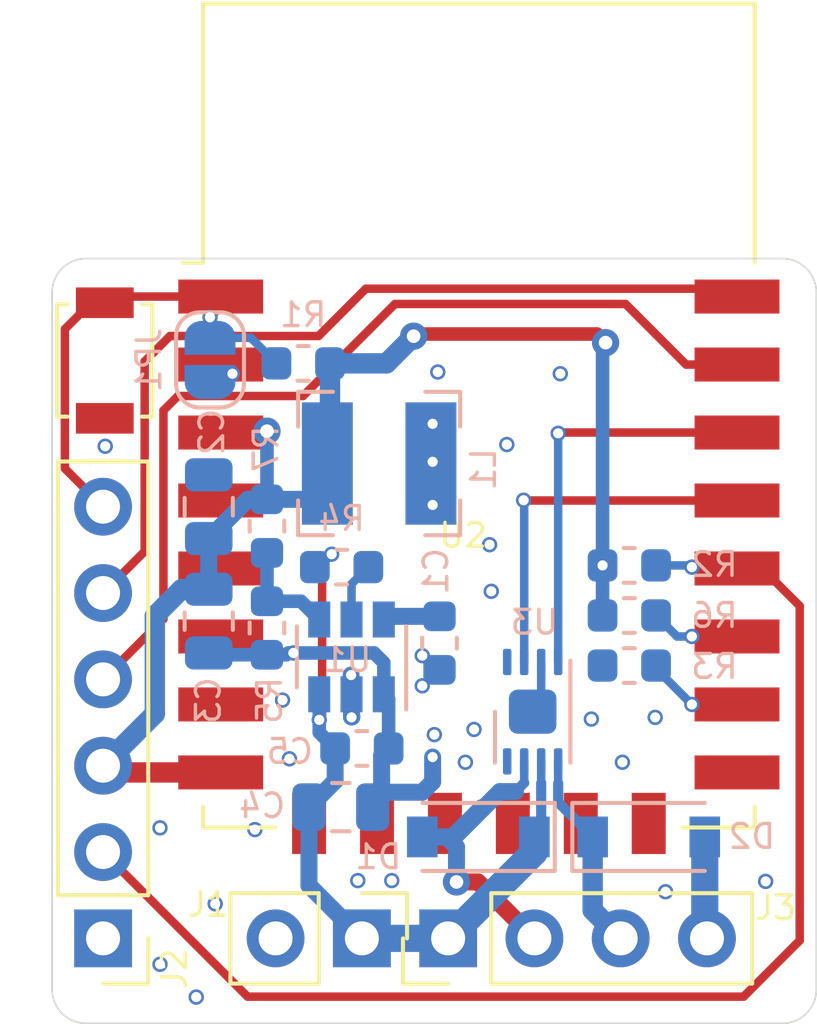
<source format=kicad_pcb>
(kicad_pcb (version 20171130) (host pcbnew "(5.1.4)-1")

  (general
    (thickness 1.6)
    (drawings 8)
    (tracks 205)
    (zones 0)
    (modules 23)
    (nets 31)
  )

  (page A4)
  (layers
    (0 F.Cu signal)
    (31 B.Cu signal)
    (32 B.Adhes user)
    (33 F.Adhes user)
    (34 B.Paste user)
    (35 F.Paste user)
    (36 B.SilkS user)
    (37 F.SilkS user)
    (38 B.Mask user)
    (39 F.Mask user)
    (40 Dwgs.User user)
    (41 Cmts.User user)
    (42 Eco1.User user)
    (43 Eco2.User user)
    (44 Edge.Cuts user)
    (45 Margin user)
    (46 B.CrtYd user)
    (47 F.CrtYd user)
    (48 B.Fab user hide)
    (49 F.Fab user hide)
  )

  (setup
    (last_trace_width 0.5)
    (user_trace_width 0.3)
    (user_trace_width 0.4)
    (user_trace_width 0.5)
    (user_trace_width 0.6)
    (user_trace_width 0.8)
    (user_trace_width 1)
    (user_trace_width 1.2)
    (trace_clearance 0.2)
    (zone_clearance 0.508)
    (zone_45_only no)
    (trace_min 0.2)
    (via_size 0.8)
    (via_drill 0.4)
    (via_min_size 0.4)
    (via_min_drill 0.3)
    (user_via 0.45 0.3)
    (uvia_size 0.3)
    (uvia_drill 0.1)
    (uvias_allowed no)
    (uvia_min_size 0.2)
    (uvia_min_drill 0.1)
    (edge_width 0.05)
    (segment_width 0.2)
    (pcb_text_width 0.3)
    (pcb_text_size 1.5 1.5)
    (mod_edge_width 0.12)
    (mod_text_size 1 1)
    (mod_text_width 0.15)
    (pad_size 1.524 1.524)
    (pad_drill 0.762)
    (pad_to_mask_clearance 0.051)
    (solder_mask_min_width 0.25)
    (aux_axis_origin 0 0)
    (grid_origin 91 68.5)
    (visible_elements 7FFFFFFF)
    (pcbplotparams
      (layerselection 0x010fc_ffffffff)
      (usegerberextensions false)
      (usegerberattributes false)
      (usegerberadvancedattributes false)
      (creategerberjobfile false)
      (excludeedgelayer true)
      (linewidth 0.100000)
      (plotframeref false)
      (viasonmask false)
      (mode 1)
      (useauxorigin false)
      (hpglpennumber 1)
      (hpglpenspeed 20)
      (hpglpendiameter 15.000000)
      (psnegative false)
      (psa4output false)
      (plotreference true)
      (plotvalue true)
      (plotinvisibletext false)
      (padsonsilk false)
      (subtractmaskfromsilk false)
      (outputformat 1)
      (mirror false)
      (drillshape 1)
      (scaleselection 1)
      (outputdirectory ""))
  )

  (net 0 "")
  (net 1 GND)
  (net 2 /GPIO0)
  (net 3 "Net-(R3-Pad1)")
  (net 4 /TXD)
  (net 5 /RXD)
  (net 6 +3V3)
  (net 7 /~RST)
  (net 8 "Net-(U2-Pad14)")
  (net 9 "Net-(U2-Pad13)")
  (net 10 "Net-(U2-Pad12)")
  (net 11 "Net-(U2-Pad11)")
  (net 12 "Net-(U2-Pad10)")
  (net 13 "Net-(U2-Pad9)")
  (net 14 "Net-(U2-Pad7)")
  (net 15 "Net-(U2-Pad6)")
  (net 16 "Net-(U2-Pad5)")
  (net 17 +12V)
  (net 18 "Net-(U2-Pad4)")
  (net 19 "Net-(R6-Pad2)")
  (net 20 "Net-(C1-Pad2)")
  (net 21 "Net-(C1-Pad1)")
  (net 22 "Net-(JP1-Pad2)")
  (net 23 "Net-(R4-Pad1)")
  (net 24 "Net-(R5-Pad1)")
  (net 25 /CHN_B)
  (net 26 /CHN_A)
  (net 27 "Net-(U3-Pad8)")
  (net 28 "Net-(U3-Pad1)")
  (net 29 /~OUT_A)
  (net 30 /OUT_B)

  (net_class Default "This is the default net class."
    (clearance 0.2)
    (trace_width 0.25)
    (via_dia 0.8)
    (via_drill 0.4)
    (uvia_dia 0.3)
    (uvia_drill 0.1)
    (add_net +12V)
    (add_net +3V3)
    (add_net /CHN_A)
    (add_net /CHN_B)
    (add_net /GPIO0)
    (add_net /OUT_B)
    (add_net /RXD)
    (add_net /TXD)
    (add_net /~OUT_A)
    (add_net /~RST)
    (add_net GND)
    (add_net "Net-(C1-Pad1)")
    (add_net "Net-(C1-Pad2)")
    (add_net "Net-(JP1-Pad2)")
    (add_net "Net-(R3-Pad1)")
    (add_net "Net-(R4-Pad1)")
    (add_net "Net-(R5-Pad1)")
    (add_net "Net-(R6-Pad2)")
    (add_net "Net-(U2-Pad10)")
    (add_net "Net-(U2-Pad11)")
    (add_net "Net-(U2-Pad12)")
    (add_net "Net-(U2-Pad13)")
    (add_net "Net-(U2-Pad14)")
    (add_net "Net-(U2-Pad4)")
    (add_net "Net-(U2-Pad5)")
    (add_net "Net-(U2-Pad6)")
    (add_net "Net-(U2-Pad7)")
    (add_net "Net-(U2-Pad9)")
    (add_net "Net-(U3-Pad1)")
    (add_net "Net-(U3-Pad8)")
  )

  (module Inductor_SMD:L_Bourns-SRN4018 (layer B.Cu) (tedit 5B471911) (tstamp 5DFEEAF6)
    (at 99.128 54.53 180)
    (descr "Bourns SRN4018 series SMD inductor, https://www.bourns.com/docs/Product-Datasheets/SRN4018.pdf")
    (tags "Bourns SRN4018 SMD inductor")
    (path /5DF7977A)
    (attr smd)
    (fp_text reference L1 (at -3.072 -0.17 270) (layer B.SilkS)
      (effects (font (size 0.7 0.7) (thickness 0.1)) (justify mirror))
    )
    (fp_text value "2.2u / 2Amp" (at 0 3.1 180) (layer B.Fab)
      (effects (font (size 0.7 0.7) (thickness 0.1)) (justify mirror))
    )
    (fp_line (start -2.53 2.25) (end -2.53 -2.25) (layer B.CrtYd) (width 0.05))
    (fp_line (start -2.53 -2.25) (end 2.53 -2.25) (layer B.CrtYd) (width 0.05))
    (fp_line (start 2.53 2.25) (end 2.53 -2.25) (layer B.CrtYd) (width 0.05))
    (fp_line (start -2.53 2.25) (end 2.53 2.25) (layer B.CrtYd) (width 0.05))
    (fp_line (start -2.385 -2.11) (end -1.36 -2.11) (layer B.SilkS) (width 0.12))
    (fp_line (start 2.385 -2.11) (end 1.36 -2.11) (layer B.SilkS) (width 0.12))
    (fp_line (start -2.385 -2.11) (end -2.385 -1.085) (layer B.SilkS) (width 0.12))
    (fp_line (start 2.385 -2.11) (end 2.385 -1.085) (layer B.SilkS) (width 0.12))
    (fp_line (start 2.385 2.11) (end 2.385 1.085) (layer B.SilkS) (width 0.12))
    (fp_line (start 2.385 2.11) (end 1.36 2.11) (layer B.SilkS) (width 0.12))
    (fp_line (start 2 2) (end 2 -2) (layer B.Fab) (width 0.1))
    (fp_line (start -2 2) (end -2 -2) (layer B.Fab) (width 0.1))
    (fp_line (start -2.385 2.11) (end -1.36 2.11) (layer B.SilkS) (width 0.12))
    (fp_line (start -2.385 2.11) (end -2.385 1.085) (layer B.SilkS) (width 0.12))
    (fp_line (start -2 2) (end 2 2) (layer B.Fab) (width 0.1))
    (fp_line (start 2 -2) (end -2 -2) (layer B.Fab) (width 0.1))
    (fp_text user %R (at 0 0 180) (layer B.Fab)
      (effects (font (size 0.7 0.7) (thickness 0.1)) (justify mirror))
    )
    (pad 2 smd rect (at 1.525 0 180) (size 1.5 3.6) (layers B.Cu B.Paste B.Mask)
      (net 6 +3V3))
    (pad 1 smd rect (at -1.525 0 180) (size 1.5 3.6) (layers B.Cu B.Paste B.Mask)
      (net 21 "Net-(C1-Pad1)"))
    (model ${KISYS3DMOD}/Inductor_SMD.3dshapes/L_Bourns-SRN4018.wrl
      (at (xyz 0 0 0))
      (scale (xyz 1 1 1))
      (rotate (xyz 0 0 0))
    )
  )

  (module Package_DFN_QFN:WDFN-8-1EP_3x2mm_P0.5mm_EP1.3x1.4mm (layer B.Cu) (tedit 5BBD2519) (tstamp 5E00EA9C)
    (at 103.6492 61.8305 270)
    (descr "WDFN, 8 Pin (http://ww1.microchip.com/downloads/en/DeviceDoc/8L_TDFN_2x3_MNY_C04-0129E-MNY.pdf), generated with kicad-footprint-generator ipc_dfn_qfn_generator.py")
    (tags "WDFN DFN_QFN")
    (path /5E012650)
    (attr smd)
    (fp_text reference U3 (at -2.6305 -0.0508 180) (layer B.SilkS)
      (effects (font (size 0.7 0.7) (thickness 0.1)) (justify mirror))
    )
    (fp_text value MCP14A0305xMNY (at 0 -1.95 90) (layer B.Fab)
      (effects (font (size 0.7 0.7) (thickness 0.1)) (justify mirror))
    )
    (fp_text user %R (at 0 0 90) (layer B.Fab)
      (effects (font (size 0.7 0.7) (thickness 0.1)) (justify mirror))
    )
    (fp_line (start 2.1 1.25) (end -2.1 1.25) (layer B.CrtYd) (width 0.05))
    (fp_line (start 2.1 -1.25) (end 2.1 1.25) (layer B.CrtYd) (width 0.05))
    (fp_line (start -2.1 -1.25) (end 2.1 -1.25) (layer B.CrtYd) (width 0.05))
    (fp_line (start -2.1 1.25) (end -2.1 -1.25) (layer B.CrtYd) (width 0.05))
    (fp_line (start -1.5 0.5) (end -1 1) (layer B.Fab) (width 0.1))
    (fp_line (start -1.5 -1) (end -1.5 0.5) (layer B.Fab) (width 0.1))
    (fp_line (start 1.5 -1) (end -1.5 -1) (layer B.Fab) (width 0.1))
    (fp_line (start 1.5 1) (end 1.5 -1) (layer B.Fab) (width 0.1))
    (fp_line (start -1 1) (end 1.5 1) (layer B.Fab) (width 0.1))
    (fp_line (start -1.5 -1.11) (end 1.5 -1.11) (layer B.SilkS) (width 0.12))
    (fp_line (start 0 1.11) (end 1.5 1.11) (layer B.SilkS) (width 0.12))
    (pad 8 smd roundrect (at 1.4625 0.75 270) (size 0.775 0.25) (layers B.Cu B.Paste B.Mask) (roundrect_rratio 0.25)
      (net 27 "Net-(U3-Pad8)"))
    (pad 7 smd roundrect (at 1.4625 0.25 270) (size 0.775 0.25) (layers B.Cu B.Paste B.Mask) (roundrect_rratio 0.25)
      (net 29 /~OUT_A))
    (pad 6 smd roundrect (at 1.4625 -0.25 270) (size 0.775 0.25) (layers B.Cu B.Paste B.Mask) (roundrect_rratio 0.25)
      (net 17 +12V))
    (pad 5 smd roundrect (at 1.4625 -0.75 270) (size 0.775 0.25) (layers B.Cu B.Paste B.Mask) (roundrect_rratio 0.25)
      (net 30 /OUT_B))
    (pad 4 smd roundrect (at -1.4625 -0.75 270) (size 0.775 0.25) (layers B.Cu B.Paste B.Mask) (roundrect_rratio 0.25)
      (net 25 /CHN_B))
    (pad 3 smd roundrect (at -1.4625 -0.25 270) (size 0.775 0.25) (layers B.Cu B.Paste B.Mask) (roundrect_rratio 0.25)
      (net 1 GND))
    (pad 2 smd roundrect (at -1.4625 0.25 270) (size 0.775 0.25) (layers B.Cu B.Paste B.Mask) (roundrect_rratio 0.25)
      (net 26 /CHN_A))
    (pad 1 smd roundrect (at -1.4625 0.75 270) (size 0.775 0.25) (layers B.Cu B.Paste B.Mask) (roundrect_rratio 0.25)
      (net 28 "Net-(U3-Pad1)"))
    (pad "" smd roundrect (at 0.325 -0.35 270) (size 0.52 0.56) (layers B.Paste) (roundrect_rratio 0.25))
    (pad "" smd roundrect (at 0.325 0.35 270) (size 0.52 0.56) (layers B.Paste) (roundrect_rratio 0.25))
    (pad "" smd roundrect (at -0.325 -0.35 270) (size 0.52 0.56) (layers B.Paste) (roundrect_rratio 0.25))
    (pad "" smd roundrect (at -0.325 0.35 270) (size 0.52 0.56) (layers B.Paste) (roundrect_rratio 0.25))
    (pad 9 smd roundrect (at 0 0 270) (size 1.3 1.4) (layers B.Cu B.Mask) (roundrect_rratio 0.192308)
      (net 1 GND))
    (model ${KISYS3DMOD}/Package_DFN_QFN.3dshapes/WDFN-8-1EP_3x2mm_P0.5mm_EP1.3x1.4mm.wrl
      (at (xyz 0 0 0))
      (scale (xyz 1 1 1))
      (rotate (xyz 0 0 0))
    )
  )

  (module Package_TO_SOT_SMD:SOT-23-6 (layer B.Cu) (tedit 5A02FF57) (tstamp 5E011055)
    (at 98.3152 60.2196 90)
    (descr "6-pin SOT-23 package")
    (tags SOT-23-6)
    (path /5E075F74)
    (attr smd)
    (fp_text reference U1 (at -0.0804 -0.1152 180) (layer B.SilkS)
      (effects (font (size 0.7 0.7) (thickness 0.1)) (justify mirror))
    )
    (fp_text value TPS561201 (at 0 -2.9 90) (layer B.Fab)
      (effects (font (size 0.7 0.7) (thickness 0.1)) (justify mirror))
    )
    (fp_line (start 0.9 1.55) (end 0.9 -1.55) (layer B.Fab) (width 0.1))
    (fp_line (start 0.9 -1.55) (end -0.9 -1.55) (layer B.Fab) (width 0.1))
    (fp_line (start -0.9 0.9) (end -0.9 -1.55) (layer B.Fab) (width 0.1))
    (fp_line (start 0.9 1.55) (end -0.25 1.55) (layer B.Fab) (width 0.1))
    (fp_line (start -0.9 0.9) (end -0.25 1.55) (layer B.Fab) (width 0.1))
    (fp_line (start -1.9 1.8) (end -1.9 -1.8) (layer B.CrtYd) (width 0.05))
    (fp_line (start -1.9 -1.8) (end 1.9 -1.8) (layer B.CrtYd) (width 0.05))
    (fp_line (start 1.9 -1.8) (end 1.9 1.8) (layer B.CrtYd) (width 0.05))
    (fp_line (start 1.9 1.8) (end -1.9 1.8) (layer B.CrtYd) (width 0.05))
    (fp_line (start 0.9 1.61) (end -1.55 1.61) (layer B.SilkS) (width 0.12))
    (fp_line (start -0.9 -1.61) (end 0.9 -1.61) (layer B.SilkS) (width 0.12))
    (fp_text user %R (at 0 0 180) (layer B.Fab)
      (effects (font (size 0.7 0.7) (thickness 0.1)) (justify mirror))
    )
    (pad 5 smd rect (at 1.1 0 90) (size 1.06 0.65) (layers B.Cu B.Paste B.Mask)
      (net 23 "Net-(R4-Pad1)"))
    (pad 6 smd rect (at 1.1 0.95 90) (size 1.06 0.65) (layers B.Cu B.Paste B.Mask)
      (net 20 "Net-(C1-Pad2)"))
    (pad 4 smd rect (at 1.1 -0.95 90) (size 1.06 0.65) (layers B.Cu B.Paste B.Mask)
      (net 24 "Net-(R5-Pad1)"))
    (pad 3 smd rect (at -1.1 -0.95 90) (size 1.06 0.65) (layers B.Cu B.Paste B.Mask)
      (net 17 +12V))
    (pad 2 smd rect (at -1.1 0 90) (size 1.06 0.65) (layers B.Cu B.Paste B.Mask)
      (net 21 "Net-(C1-Pad1)"))
    (pad 1 smd rect (at -1.1 0.95 90) (size 1.06 0.65) (layers B.Cu B.Paste B.Mask)
      (net 1 GND))
    (model ${KISYS3DMOD}/Package_TO_SOT_SMD.3dshapes/SOT-23-6.wrl
      (at (xyz 0 0 0))
      (scale (xyz 1 1 1))
      (rotate (xyz 0 0 0))
    )
  )

  (module Button_Switch_SMD:SW_SPST_B3U-1000P-B (layer F.Cu) (tedit 5A02FC95) (tstamp 5DFF033C)
    (at 91.0508 51.5 90)
    (descr "Ultra-small-sized Tactile Switch with High Contact Reliability, Top-actuated Model, without Ground Terminal, with Boss")
    (tags "Tactile Switch")
    (path /5DF6512D)
    (attr smd)
    (fp_text reference SW1 (at 0 -2.5 90) (layer F.SilkS) hide
      (effects (font (size 0.7 0.7) (thickness 0.1)))
    )
    (fp_text value RESET (at 0 2.5 90) (layer F.Fab)
      (effects (font (size 0.7 0.7) (thickness 0.1)))
    )
    (fp_circle (center 0 0) (end 0.75 0) (layer F.Fab) (width 0.1))
    (fp_line (start -1.5 1.25) (end -1.5 -1.25) (layer F.Fab) (width 0.1))
    (fp_line (start 1.5 1.25) (end -1.5 1.25) (layer F.Fab) (width 0.1))
    (fp_line (start 1.5 -1.25) (end 1.5 1.25) (layer F.Fab) (width 0.1))
    (fp_line (start -1.5 -1.25) (end 1.5 -1.25) (layer F.Fab) (width 0.1))
    (fp_line (start 1.65 -1.4) (end 1.65 -1.1) (layer F.SilkS) (width 0.12))
    (fp_line (start -1.65 -1.4) (end 1.65 -1.4) (layer F.SilkS) (width 0.12))
    (fp_line (start -1.65 -1.1) (end -1.65 -1.4) (layer F.SilkS) (width 0.12))
    (fp_line (start 1.65 1.4) (end 1.65 1.1) (layer F.SilkS) (width 0.12))
    (fp_line (start -1.65 1.4) (end 1.65 1.4) (layer F.SilkS) (width 0.12))
    (fp_line (start -1.65 1.1) (end -1.65 1.4) (layer F.SilkS) (width 0.12))
    (fp_line (start -2.4 -1.65) (end -2.4 1.65) (layer F.CrtYd) (width 0.05))
    (fp_line (start 2.4 -1.65) (end -2.4 -1.65) (layer F.CrtYd) (width 0.05))
    (fp_line (start 2.4 1.65) (end 2.4 -1.65) (layer F.CrtYd) (width 0.05))
    (fp_line (start -2.4 1.65) (end 2.4 1.65) (layer F.CrtYd) (width 0.05))
    (fp_text user %R (at 0 -2.5 90) (layer F.Fab)
      (effects (font (size 0.7 0.7) (thickness 0.1)))
    )
    (pad "" np_thru_hole circle (at 0 0 90) (size 0.8 0.8) (drill 0.8) (layers *.Cu *.Mask))
    (pad 2 smd rect (at 1.7 0 90) (size 0.9 1.7) (layers F.Cu F.Paste F.Mask)
      (net 7 /~RST))
    (pad 1 smd rect (at -1.7 0 90) (size 0.9 1.7) (layers F.Cu F.Paste F.Mask)
      (net 1 GND))
    (model ${KISYS3DMOD}/Button_Switch_SMD.3dshapes/SW_SPST_B3U-1000P-B.wrl
      (at (xyz 0 0 0))
      (scale (xyz 1 1 1))
      (rotate (xyz 0 0 0))
    )
  )

  (module Resistor_SMD:R_0603_1608Metric (layer B.Cu) (tedit 5B301BBD) (tstamp 5E00E9DF)
    (at 95.826 56.3715 270)
    (descr "Resistor SMD 0603 (1608 Metric), square (rectangular) end terminal, IPC_7351 nominal, (Body size source: http://www.tortai-tech.com/upload/download/2011102023233369053.pdf), generated with kicad-footprint-generator")
    (tags resistor)
    (path /5E086C9C)
    (attr smd)
    (fp_text reference R7 (at -2.2715 0.026 90) (layer B.SilkS)
      (effects (font (size 0.7 0.7) (thickness 0.1)) (justify mirror))
    )
    (fp_text value 33.2k (at 0 -1.43 90) (layer B.Fab)
      (effects (font (size 0.7 0.7) (thickness 0.1)) (justify mirror))
    )
    (fp_text user %R (at 0 0 90) (layer B.Fab)
      (effects (font (size 0.7 0.7) (thickness 0.1)) (justify mirror))
    )
    (fp_line (start 1.48 -0.73) (end -1.48 -0.73) (layer B.CrtYd) (width 0.05))
    (fp_line (start 1.48 0.73) (end 1.48 -0.73) (layer B.CrtYd) (width 0.05))
    (fp_line (start -1.48 0.73) (end 1.48 0.73) (layer B.CrtYd) (width 0.05))
    (fp_line (start -1.48 -0.73) (end -1.48 0.73) (layer B.CrtYd) (width 0.05))
    (fp_line (start -0.162779 -0.51) (end 0.162779 -0.51) (layer B.SilkS) (width 0.12))
    (fp_line (start -0.162779 0.51) (end 0.162779 0.51) (layer B.SilkS) (width 0.12))
    (fp_line (start 0.8 -0.4) (end -0.8 -0.4) (layer B.Fab) (width 0.1))
    (fp_line (start 0.8 0.4) (end 0.8 -0.4) (layer B.Fab) (width 0.1))
    (fp_line (start -0.8 0.4) (end 0.8 0.4) (layer B.Fab) (width 0.1))
    (fp_line (start -0.8 -0.4) (end -0.8 0.4) (layer B.Fab) (width 0.1))
    (pad 2 smd roundrect (at 0.7875 0 270) (size 0.875 0.95) (layers B.Cu B.Paste B.Mask) (roundrect_rratio 0.25)
      (net 24 "Net-(R5-Pad1)"))
    (pad 1 smd roundrect (at -0.7875 0 270) (size 0.875 0.95) (layers B.Cu B.Paste B.Mask) (roundrect_rratio 0.25)
      (net 6 +3V3))
    (model ${KISYS3DMOD}/Resistor_SMD.3dshapes/R_0603_1608Metric.wrl
      (at (xyz 0 0 0))
      (scale (xyz 1 1 1))
      (rotate (xyz 0 0 0))
    )
  )

  (module Resistor_SMD:R_0603_1608Metric (layer B.Cu) (tedit 5B301BBD) (tstamp 5DFF2DAF)
    (at 106.494 59.0004)
    (descr "Resistor SMD 0603 (1608 Metric), square (rectangular) end terminal, IPC_7351 nominal, (Body size source: http://www.tortai-tech.com/upload/download/2011102023233369053.pdf), generated with kicad-footprint-generator")
    (tags resistor)
    (path /5E102CFF)
    (attr smd)
    (fp_text reference R6 (at 2.506 -0.0004) (layer B.SilkS)
      (effects (font (size 0.7 0.7) (thickness 0.1)) (justify mirror))
    )
    (fp_text value 10K (at 0 -1.43) (layer B.Fab)
      (effects (font (size 0.7 0.7) (thickness 0.1)) (justify mirror))
    )
    (fp_text user %R (at 0 0) (layer B.Fab)
      (effects (font (size 0.7 0.7) (thickness 0.1)) (justify mirror))
    )
    (fp_line (start 1.48 -0.73) (end -1.48 -0.73) (layer B.CrtYd) (width 0.05))
    (fp_line (start 1.48 0.73) (end 1.48 -0.73) (layer B.CrtYd) (width 0.05))
    (fp_line (start -1.48 0.73) (end 1.48 0.73) (layer B.CrtYd) (width 0.05))
    (fp_line (start -1.48 -0.73) (end -1.48 0.73) (layer B.CrtYd) (width 0.05))
    (fp_line (start -0.162779 -0.51) (end 0.162779 -0.51) (layer B.SilkS) (width 0.12))
    (fp_line (start -0.162779 0.51) (end 0.162779 0.51) (layer B.SilkS) (width 0.12))
    (fp_line (start 0.8 -0.4) (end -0.8 -0.4) (layer B.Fab) (width 0.1))
    (fp_line (start 0.8 0.4) (end 0.8 -0.4) (layer B.Fab) (width 0.1))
    (fp_line (start -0.8 0.4) (end 0.8 0.4) (layer B.Fab) (width 0.1))
    (fp_line (start -0.8 -0.4) (end -0.8 0.4) (layer B.Fab) (width 0.1))
    (pad 2 smd roundrect (at 0.7875 0) (size 0.875 0.95) (layers B.Cu B.Paste B.Mask) (roundrect_rratio 0.25)
      (net 19 "Net-(R6-Pad2)"))
    (pad 1 smd roundrect (at -0.7875 0) (size 0.875 0.95) (layers B.Cu B.Paste B.Mask) (roundrect_rratio 0.25)
      (net 6 +3V3))
    (model ${KISYS3DMOD}/Resistor_SMD.3dshapes/R_0603_1608Metric.wrl
      (at (xyz 0 0 0))
      (scale (xyz 1 1 1))
      (rotate (xyz 0 0 0))
    )
  )

  (module Resistor_SMD:R_0603_1608Metric (layer B.Cu) (tedit 5B301BBD) (tstamp 5E00E9BE)
    (at 95.826 59.3687 270)
    (descr "Resistor SMD 0603 (1608 Metric), square (rectangular) end terminal, IPC_7351 nominal, (Body size source: http://www.tortai-tech.com/upload/download/2011102023233369053.pdf), generated with kicad-footprint-generator")
    (tags resistor)
    (path /5E09B6F0)
    (attr smd)
    (fp_text reference R5 (at 2.1313 -0.074 90) (layer B.SilkS)
      (effects (font (size 0.7 0.7) (thickness 0.1)) (justify mirror))
    )
    (fp_text value 10K (at 0 -1.43 90) (layer B.Fab)
      (effects (font (size 0.7 0.7) (thickness 0.1)) (justify mirror))
    )
    (fp_text user %R (at 0 0 90) (layer B.Fab)
      (effects (font (size 0.7 0.7) (thickness 0.1)) (justify mirror))
    )
    (fp_line (start 1.48 -0.73) (end -1.48 -0.73) (layer B.CrtYd) (width 0.05))
    (fp_line (start 1.48 0.73) (end 1.48 -0.73) (layer B.CrtYd) (width 0.05))
    (fp_line (start -1.48 0.73) (end 1.48 0.73) (layer B.CrtYd) (width 0.05))
    (fp_line (start -1.48 -0.73) (end -1.48 0.73) (layer B.CrtYd) (width 0.05))
    (fp_line (start -0.162779 -0.51) (end 0.162779 -0.51) (layer B.SilkS) (width 0.12))
    (fp_line (start -0.162779 0.51) (end 0.162779 0.51) (layer B.SilkS) (width 0.12))
    (fp_line (start 0.8 -0.4) (end -0.8 -0.4) (layer B.Fab) (width 0.1))
    (fp_line (start 0.8 0.4) (end 0.8 -0.4) (layer B.Fab) (width 0.1))
    (fp_line (start -0.8 0.4) (end 0.8 0.4) (layer B.Fab) (width 0.1))
    (fp_line (start -0.8 -0.4) (end -0.8 0.4) (layer B.Fab) (width 0.1))
    (pad 2 smd roundrect (at 0.7875 0 270) (size 0.875 0.95) (layers B.Cu B.Paste B.Mask) (roundrect_rratio 0.25)
      (net 1 GND))
    (pad 1 smd roundrect (at -0.7875 0 270) (size 0.875 0.95) (layers B.Cu B.Paste B.Mask) (roundrect_rratio 0.25)
      (net 24 "Net-(R5-Pad1)"))
    (model ${KISYS3DMOD}/Resistor_SMD.3dshapes/R_0603_1608Metric.wrl
      (at (xyz 0 0 0))
      (scale (xyz 1 1 1))
      (rotate (xyz 0 0 0))
    )
  )

  (module Resistor_SMD:R_0603_1608Metric (layer B.Cu) (tedit 5B301BBD) (tstamp 5E00E9AD)
    (at 98.023 57.578 180)
    (descr "Resistor SMD 0603 (1608 Metric), square (rectangular) end terminal, IPC_7351 nominal, (Body size source: http://www.tortai-tech.com/upload/download/2011102023233369053.pdf), generated with kicad-footprint-generator")
    (tags resistor)
    (path /5E0BE002)
    (attr smd)
    (fp_text reference R4 (at 0 1.43) (layer B.SilkS)
      (effects (font (size 0.7 0.7) (thickness 0.1)) (justify mirror))
    )
    (fp_text value 10K (at 0 -1.43) (layer B.Fab)
      (effects (font (size 0.7 0.7) (thickness 0.1)) (justify mirror))
    )
    (fp_text user %R (at 0 0) (layer B.Fab)
      (effects (font (size 0.7 0.7) (thickness 0.1)) (justify mirror))
    )
    (fp_line (start 1.48 -0.73) (end -1.48 -0.73) (layer B.CrtYd) (width 0.05))
    (fp_line (start 1.48 0.73) (end 1.48 -0.73) (layer B.CrtYd) (width 0.05))
    (fp_line (start -1.48 0.73) (end 1.48 0.73) (layer B.CrtYd) (width 0.05))
    (fp_line (start -1.48 -0.73) (end -1.48 0.73) (layer B.CrtYd) (width 0.05))
    (fp_line (start -0.162779 -0.51) (end 0.162779 -0.51) (layer B.SilkS) (width 0.12))
    (fp_line (start -0.162779 0.51) (end 0.162779 0.51) (layer B.SilkS) (width 0.12))
    (fp_line (start 0.8 -0.4) (end -0.8 -0.4) (layer B.Fab) (width 0.1))
    (fp_line (start 0.8 0.4) (end 0.8 -0.4) (layer B.Fab) (width 0.1))
    (fp_line (start -0.8 0.4) (end 0.8 0.4) (layer B.Fab) (width 0.1))
    (fp_line (start -0.8 -0.4) (end -0.8 0.4) (layer B.Fab) (width 0.1))
    (pad 2 smd roundrect (at 0.7875 0 180) (size 0.875 0.95) (layers B.Cu B.Paste B.Mask) (roundrect_rratio 0.25)
      (net 17 +12V))
    (pad 1 smd roundrect (at -0.7875 0 180) (size 0.875 0.95) (layers B.Cu B.Paste B.Mask) (roundrect_rratio 0.25)
      (net 23 "Net-(R4-Pad1)"))
    (model ${KISYS3DMOD}/Resistor_SMD.3dshapes/R_0603_1608Metric.wrl
      (at (xyz 0 0 0))
      (scale (xyz 1 1 1))
      (rotate (xyz 0 0 0))
    )
  )

  (module Resistor_SMD:R_0603_1608Metric (layer B.Cu) (tedit 5B301BBD) (tstamp 5DFF14C2)
    (at 106.494 60.4736 180)
    (descr "Resistor SMD 0603 (1608 Metric), square (rectangular) end terminal, IPC_7351 nominal, (Body size source: http://www.tortai-tech.com/upload/download/2011102023233369053.pdf), generated with kicad-footprint-generator")
    (tags resistor)
    (path /5DF71AD3)
    (attr smd)
    (fp_text reference R3 (at -2.506 -0.0264) (layer B.SilkS)
      (effects (font (size 0.7 0.7) (thickness 0.1)) (justify mirror))
    )
    (fp_text value 10K (at 0 -1.43) (layer B.Fab)
      (effects (font (size 0.7 0.7) (thickness 0.1)) (justify mirror))
    )
    (fp_text user %R (at 0 0) (layer B.Fab)
      (effects (font (size 0.7 0.7) (thickness 0.1)) (justify mirror))
    )
    (fp_line (start 1.48 -0.73) (end -1.48 -0.73) (layer B.CrtYd) (width 0.05))
    (fp_line (start 1.48 0.73) (end 1.48 -0.73) (layer B.CrtYd) (width 0.05))
    (fp_line (start -1.48 0.73) (end 1.48 0.73) (layer B.CrtYd) (width 0.05))
    (fp_line (start -1.48 -0.73) (end -1.48 0.73) (layer B.CrtYd) (width 0.05))
    (fp_line (start -0.162779 -0.51) (end 0.162779 -0.51) (layer B.SilkS) (width 0.12))
    (fp_line (start -0.162779 0.51) (end 0.162779 0.51) (layer B.SilkS) (width 0.12))
    (fp_line (start 0.8 -0.4) (end -0.8 -0.4) (layer B.Fab) (width 0.1))
    (fp_line (start 0.8 0.4) (end 0.8 -0.4) (layer B.Fab) (width 0.1))
    (fp_line (start -0.8 0.4) (end 0.8 0.4) (layer B.Fab) (width 0.1))
    (fp_line (start -0.8 -0.4) (end -0.8 0.4) (layer B.Fab) (width 0.1))
    (pad 2 smd roundrect (at 0.7875 0 180) (size 0.875 0.95) (layers B.Cu B.Paste B.Mask) (roundrect_rratio 0.25)
      (net 1 GND))
    (pad 1 smd roundrect (at -0.7875 0 180) (size 0.875 0.95) (layers B.Cu B.Paste B.Mask) (roundrect_rratio 0.25)
      (net 3 "Net-(R3-Pad1)"))
    (model ${KISYS3DMOD}/Resistor_SMD.3dshapes/R_0603_1608Metric.wrl
      (at (xyz 0 0 0))
      (scale (xyz 1 1 1))
      (rotate (xyz 0 0 0))
    )
  )

  (module Resistor_SMD:R_0603_1608Metric (layer B.Cu) (tedit 5B301BBD) (tstamp 5DFF02F0)
    (at 106.494 57.5272)
    (descr "Resistor SMD 0603 (1608 Metric), square (rectangular) end terminal, IPC_7351 nominal, (Body size source: http://www.tortai-tech.com/upload/download/2011102023233369053.pdf), generated with kicad-footprint-generator")
    (tags resistor)
    (path /5DF82DBE)
    (attr smd)
    (fp_text reference R2 (at 2.506 -0.0272) (layer B.SilkS)
      (effects (font (size 0.7 0.7) (thickness 0.1)) (justify mirror))
    )
    (fp_text value 10K (at 0 -1.43) (layer B.Fab)
      (effects (font (size 0.7 0.7) (thickness 0.1)) (justify mirror))
    )
    (fp_text user %R (at 0 0) (layer B.Fab)
      (effects (font (size 0.7 0.7) (thickness 0.1)) (justify mirror))
    )
    (fp_line (start 1.48 -0.73) (end -1.48 -0.73) (layer B.CrtYd) (width 0.05))
    (fp_line (start 1.48 0.73) (end 1.48 -0.73) (layer B.CrtYd) (width 0.05))
    (fp_line (start -1.48 0.73) (end 1.48 0.73) (layer B.CrtYd) (width 0.05))
    (fp_line (start -1.48 -0.73) (end -1.48 0.73) (layer B.CrtYd) (width 0.05))
    (fp_line (start -0.162779 -0.51) (end 0.162779 -0.51) (layer B.SilkS) (width 0.12))
    (fp_line (start -0.162779 0.51) (end 0.162779 0.51) (layer B.SilkS) (width 0.12))
    (fp_line (start 0.8 -0.4) (end -0.8 -0.4) (layer B.Fab) (width 0.1))
    (fp_line (start 0.8 0.4) (end 0.8 -0.4) (layer B.Fab) (width 0.1))
    (fp_line (start -0.8 0.4) (end 0.8 0.4) (layer B.Fab) (width 0.1))
    (fp_line (start -0.8 -0.4) (end -0.8 0.4) (layer B.Fab) (width 0.1))
    (pad 2 smd roundrect (at 0.7875 0) (size 0.875 0.95) (layers B.Cu B.Paste B.Mask) (roundrect_rratio 0.25)
      (net 2 /GPIO0))
    (pad 1 smd roundrect (at -0.7875 0) (size 0.875 0.95) (layers B.Cu B.Paste B.Mask) (roundrect_rratio 0.25)
      (net 6 +3V3))
    (model ${KISYS3DMOD}/Resistor_SMD.3dshapes/R_0603_1608Metric.wrl
      (at (xyz 0 0 0))
      (scale (xyz 1 1 1))
      (rotate (xyz 0 0 0))
    )
  )

  (module Resistor_SMD:R_0603_1608Metric (layer B.Cu) (tedit 5B301BBD) (tstamp 5DFE64BF)
    (at 96.8928 51.5836 180)
    (descr "Resistor SMD 0603 (1608 Metric), square (rectangular) end terminal, IPC_7351 nominal, (Body size source: http://www.tortai-tech.com/upload/download/2011102023233369053.pdf), generated with kicad-footprint-generator")
    (tags resistor)
    (path /5DF8AF4C)
    (attr smd)
    (fp_text reference R1 (at 0 1.43 180) (layer B.SilkS)
      (effects (font (size 0.7 0.7) (thickness 0.1)) (justify mirror))
    )
    (fp_text value 4.7K (at 0 -1.43 180) (layer B.Fab)
      (effects (font (size 0.7 0.7) (thickness 0.1)) (justify mirror))
    )
    (fp_text user %R (at 0 0 180) (layer B.Fab)
      (effects (font (size 0.7 0.7) (thickness 0.1)) (justify mirror))
    )
    (fp_line (start 1.48 -0.73) (end -1.48 -0.73) (layer B.CrtYd) (width 0.05))
    (fp_line (start 1.48 0.73) (end 1.48 -0.73) (layer B.CrtYd) (width 0.05))
    (fp_line (start -1.48 0.73) (end 1.48 0.73) (layer B.CrtYd) (width 0.05))
    (fp_line (start -1.48 -0.73) (end -1.48 0.73) (layer B.CrtYd) (width 0.05))
    (fp_line (start -0.162779 -0.51) (end 0.162779 -0.51) (layer B.SilkS) (width 0.12))
    (fp_line (start -0.162779 0.51) (end 0.162779 0.51) (layer B.SilkS) (width 0.12))
    (fp_line (start 0.8 -0.4) (end -0.8 -0.4) (layer B.Fab) (width 0.1))
    (fp_line (start 0.8 0.4) (end 0.8 -0.4) (layer B.Fab) (width 0.1))
    (fp_line (start -0.8 0.4) (end 0.8 0.4) (layer B.Fab) (width 0.1))
    (fp_line (start -0.8 -0.4) (end -0.8 0.4) (layer B.Fab) (width 0.1))
    (pad 2 smd roundrect (at 0.7875 0 180) (size 0.875 0.95) (layers B.Cu B.Paste B.Mask) (roundrect_rratio 0.25)
      (net 7 /~RST))
    (pad 1 smd roundrect (at -0.7875 0 180) (size 0.875 0.95) (layers B.Cu B.Paste B.Mask) (roundrect_rratio 0.25)
      (net 6 +3V3))
    (model ${KISYS3DMOD}/Resistor_SMD.3dshapes/R_0603_1608Metric.wrl
      (at (xyz 0 0 0))
      (scale (xyz 1 1 1))
      (rotate (xyz 0 0 0))
    )
  )

  (module Jumper:SolderJumper-2_P1.3mm_Open_RoundedPad1.0x1.5mm (layer B.Cu) (tedit 5B391E66) (tstamp 5E00E954)
    (at 94.1496 51.482 270)
    (descr "SMD Solder Jumper, 1x1.5mm, rounded Pads, 0.3mm gap, open")
    (tags "solder jumper open")
    (path /5E05C5AA)
    (attr virtual)
    (fp_text reference JP1 (at 0 1.8 90) (layer B.SilkS)
      (effects (font (size 0.7 0.7) (thickness 0.1)) (justify mirror))
    )
    (fp_text value Jumper (at 0 -1.9 90) (layer B.Fab)
      (effects (font (size 0.7 0.7) (thickness 0.1)) (justify mirror))
    )
    (fp_line (start 1.65 -1.25) (end -1.65 -1.25) (layer B.CrtYd) (width 0.05))
    (fp_line (start 1.65 -1.25) (end 1.65 1.25) (layer B.CrtYd) (width 0.05))
    (fp_line (start -1.65 1.25) (end -1.65 -1.25) (layer B.CrtYd) (width 0.05))
    (fp_line (start -1.65 1.25) (end 1.65 1.25) (layer B.CrtYd) (width 0.05))
    (fp_line (start -0.7 1) (end 0.7 1) (layer B.SilkS) (width 0.12))
    (fp_line (start 1.4 0.3) (end 1.4 -0.3) (layer B.SilkS) (width 0.12))
    (fp_line (start 0.7 -1) (end -0.7 -1) (layer B.SilkS) (width 0.12))
    (fp_line (start -1.4 -0.3) (end -1.4 0.3) (layer B.SilkS) (width 0.12))
    (fp_arc (start -0.7 0.3) (end -0.7 1) (angle 90) (layer B.SilkS) (width 0.12))
    (fp_arc (start -0.7 -0.3) (end -1.4 -0.3) (angle 90) (layer B.SilkS) (width 0.12))
    (fp_arc (start 0.7 -0.3) (end 0.7 -1) (angle 90) (layer B.SilkS) (width 0.12))
    (fp_arc (start 0.7 0.3) (end 1.4 0.3) (angle 90) (layer B.SilkS) (width 0.12))
    (pad 2 smd custom (at 0.65 0 270) (size 1 0.5) (layers B.Cu B.Mask)
      (net 22 "Net-(JP1-Pad2)") (zone_connect 2)
      (options (clearance outline) (anchor rect))
      (primitives
        (gr_circle (center 0 -0.25) (end 0.5 -0.25) (width 0))
        (gr_circle (center 0 0.25) (end 0.5 0.25) (width 0))
        (gr_poly (pts
           (xy 0 0.75) (xy -0.5 0.75) (xy -0.5 -0.75) (xy 0 -0.75)) (width 0))
      ))
    (pad 1 smd custom (at -0.65 0 270) (size 1 0.5) (layers B.Cu B.Mask)
      (net 7 /~RST) (zone_connect 2)
      (options (clearance outline) (anchor rect))
      (primitives
        (gr_circle (center 0 -0.25) (end 0.5 -0.25) (width 0))
        (gr_circle (center 0 0.25) (end 0.5 0.25) (width 0))
        (gr_poly (pts
           (xy 0 0.75) (xy 0.5 0.75) (xy 0.5 -0.75) (xy 0 -0.75)) (width 0))
      ))
  )

  (module Connector_PinHeader_2.54mm:PinHeader_1x04_P2.54mm_Vertical (layer F.Cu) (tedit 59FED5CC) (tstamp 5E00E942)
    (at 101.16 68.5 90)
    (descr "Through hole straight pin header, 1x04, 2.54mm pitch, single row")
    (tags "Through hole pin header THT 1x04 2.54mm single row")
    (path /5E017F09)
    (fp_text reference J3 (at 0.9 9.64 180) (layer F.SilkS)
      (effects (font (size 0.7 0.7) (thickness 0.1)))
    )
    (fp_text value Solenoid (at 0 9.95 90) (layer F.Fab)
      (effects (font (size 0.7 0.7) (thickness 0.1)))
    )
    (fp_text user %R (at 0 3.81) (layer F.Fab)
      (effects (font (size 0.7 0.7) (thickness 0.1)))
    )
    (fp_line (start 1.8 -1.8) (end -1.8 -1.8) (layer F.CrtYd) (width 0.05))
    (fp_line (start 1.8 9.4) (end 1.8 -1.8) (layer F.CrtYd) (width 0.05))
    (fp_line (start -1.8 9.4) (end 1.8 9.4) (layer F.CrtYd) (width 0.05))
    (fp_line (start -1.8 -1.8) (end -1.8 9.4) (layer F.CrtYd) (width 0.05))
    (fp_line (start -1.33 -1.33) (end 0 -1.33) (layer F.SilkS) (width 0.12))
    (fp_line (start -1.33 0) (end -1.33 -1.33) (layer F.SilkS) (width 0.12))
    (fp_line (start -1.33 1.27) (end 1.33 1.27) (layer F.SilkS) (width 0.12))
    (fp_line (start 1.33 1.27) (end 1.33 8.95) (layer F.SilkS) (width 0.12))
    (fp_line (start -1.33 1.27) (end -1.33 8.95) (layer F.SilkS) (width 0.12))
    (fp_line (start -1.33 8.95) (end 1.33 8.95) (layer F.SilkS) (width 0.12))
    (fp_line (start -1.27 -0.635) (end -0.635 -1.27) (layer F.Fab) (width 0.1))
    (fp_line (start -1.27 8.89) (end -1.27 -0.635) (layer F.Fab) (width 0.1))
    (fp_line (start 1.27 8.89) (end -1.27 8.89) (layer F.Fab) (width 0.1))
    (fp_line (start 1.27 -1.27) (end 1.27 8.89) (layer F.Fab) (width 0.1))
    (fp_line (start -0.635 -1.27) (end 1.27 -1.27) (layer F.Fab) (width 0.1))
    (pad 4 thru_hole oval (at 0 7.62 90) (size 1.7 1.7) (drill 1) (layers *.Cu *.Mask)
      (net 1 GND))
    (pad 3 thru_hole oval (at 0 5.08 90) (size 1.7 1.7) (drill 1) (layers *.Cu *.Mask)
      (net 30 /OUT_B))
    (pad 2 thru_hole oval (at 0 2.54 90) (size 1.7 1.7) (drill 1) (layers *.Cu *.Mask)
      (net 29 /~OUT_A))
    (pad 1 thru_hole rect (at 0 0 90) (size 1.7 1.7) (drill 1) (layers *.Cu *.Mask)
      (net 17 +12V))
    (model ${KISYS3DMOD}/Connector_PinHeader_2.54mm.3dshapes/PinHeader_1x04_P2.54mm_Vertical.wrl
      (at (xyz 0 0 0))
      (scale (xyz 1 1 1))
      (rotate (xyz 0 0 0))
    )
  )

  (module Diode_SMD:D_SOD-123 (layer B.Cu) (tedit 58645DC7) (tstamp 5E00E8E7)
    (at 107.0655 65.5155)
    (descr SOD-123)
    (tags SOD-123)
    (path /5E0382D4)
    (attr smd)
    (fp_text reference D2 (at 3.0345 -0.0155) (layer B.SilkS)
      (effects (font (size 0.7 0.7) (thickness 0.1)) (justify mirror))
    )
    (fp_text value 1N4148W (at 0 -2.1) (layer B.Fab)
      (effects (font (size 0.7 0.7) (thickness 0.1)) (justify mirror))
    )
    (fp_line (start -2.25 1) (end 1.65 1) (layer B.SilkS) (width 0.12))
    (fp_line (start -2.25 -1) (end 1.65 -1) (layer B.SilkS) (width 0.12))
    (fp_line (start -2.35 1.15) (end -2.35 -1.15) (layer B.CrtYd) (width 0.05))
    (fp_line (start 2.35 -1.15) (end -2.35 -1.15) (layer B.CrtYd) (width 0.05))
    (fp_line (start 2.35 1.15) (end 2.35 -1.15) (layer B.CrtYd) (width 0.05))
    (fp_line (start -2.35 1.15) (end 2.35 1.15) (layer B.CrtYd) (width 0.05))
    (fp_line (start -1.4 0.9) (end 1.4 0.9) (layer B.Fab) (width 0.1))
    (fp_line (start 1.4 0.9) (end 1.4 -0.9) (layer B.Fab) (width 0.1))
    (fp_line (start 1.4 -0.9) (end -1.4 -0.9) (layer B.Fab) (width 0.1))
    (fp_line (start -1.4 -0.9) (end -1.4 0.9) (layer B.Fab) (width 0.1))
    (fp_line (start -0.75 0) (end -0.35 0) (layer B.Fab) (width 0.1))
    (fp_line (start -0.35 0) (end -0.35 0.55) (layer B.Fab) (width 0.1))
    (fp_line (start -0.35 0) (end -0.35 -0.55) (layer B.Fab) (width 0.1))
    (fp_line (start -0.35 0) (end 0.25 0.4) (layer B.Fab) (width 0.1))
    (fp_line (start 0.25 0.4) (end 0.25 -0.4) (layer B.Fab) (width 0.1))
    (fp_line (start 0.25 -0.4) (end -0.35 0) (layer B.Fab) (width 0.1))
    (fp_line (start 0.25 0) (end 0.75 0) (layer B.Fab) (width 0.1))
    (fp_line (start -2.25 1) (end -2.25 -1) (layer B.SilkS) (width 0.12))
    (fp_text user %R (at 0 2) (layer B.Fab)
      (effects (font (size 0.7 0.7) (thickness 0.1)) (justify mirror))
    )
    (pad 2 smd rect (at 1.65 0) (size 0.9 1.2) (layers B.Cu B.Paste B.Mask)
      (net 1 GND))
    (pad 1 smd rect (at -1.65 0) (size 0.9 1.2) (layers B.Cu B.Paste B.Mask)
      (net 30 /OUT_B))
    (model ${KISYS3DMOD}/Diode_SMD.3dshapes/D_SOD-123.wrl
      (at (xyz 0 0 0))
      (scale (xyz 1 1 1))
      (rotate (xyz 0 0 0))
    )
  )

  (module Diode_SMD:D_SOD-123 (layer B.Cu) (tedit 58645DC7) (tstamp 5E00E8CE)
    (at 102.049 65.5155 180)
    (descr SOD-123)
    (tags SOD-123)
    (path /5E0317B1)
    (attr smd)
    (fp_text reference D1 (at 2.949 -0.5845) (layer B.SilkS)
      (effects (font (size 0.7 0.7) (thickness 0.1)) (justify mirror))
    )
    (fp_text value 1N4148W (at 0 -2.1) (layer B.Fab)
      (effects (font (size 0.7 0.7) (thickness 0.1)) (justify mirror))
    )
    (fp_line (start -2.25 1) (end 1.65 1) (layer B.SilkS) (width 0.12))
    (fp_line (start -2.25 -1) (end 1.65 -1) (layer B.SilkS) (width 0.12))
    (fp_line (start -2.35 1.15) (end -2.35 -1.15) (layer B.CrtYd) (width 0.05))
    (fp_line (start 2.35 -1.15) (end -2.35 -1.15) (layer B.CrtYd) (width 0.05))
    (fp_line (start 2.35 1.15) (end 2.35 -1.15) (layer B.CrtYd) (width 0.05))
    (fp_line (start -2.35 1.15) (end 2.35 1.15) (layer B.CrtYd) (width 0.05))
    (fp_line (start -1.4 0.9) (end 1.4 0.9) (layer B.Fab) (width 0.1))
    (fp_line (start 1.4 0.9) (end 1.4 -0.9) (layer B.Fab) (width 0.1))
    (fp_line (start 1.4 -0.9) (end -1.4 -0.9) (layer B.Fab) (width 0.1))
    (fp_line (start -1.4 -0.9) (end -1.4 0.9) (layer B.Fab) (width 0.1))
    (fp_line (start -0.75 0) (end -0.35 0) (layer B.Fab) (width 0.1))
    (fp_line (start -0.35 0) (end -0.35 0.55) (layer B.Fab) (width 0.1))
    (fp_line (start -0.35 0) (end -0.35 -0.55) (layer B.Fab) (width 0.1))
    (fp_line (start -0.35 0) (end 0.25 0.4) (layer B.Fab) (width 0.1))
    (fp_line (start 0.25 0.4) (end 0.25 -0.4) (layer B.Fab) (width 0.1))
    (fp_line (start 0.25 -0.4) (end -0.35 0) (layer B.Fab) (width 0.1))
    (fp_line (start 0.25 0) (end 0.75 0) (layer B.Fab) (width 0.1))
    (fp_line (start -2.25 1) (end -2.25 -1) (layer B.SilkS) (width 0.12))
    (fp_text user %R (at 0 2) (layer B.Fab)
      (effects (font (size 0.7 0.7) (thickness 0.1)) (justify mirror))
    )
    (pad 2 smd rect (at 1.65 0 180) (size 0.9 1.2) (layers B.Cu B.Paste B.Mask)
      (net 29 /~OUT_A))
    (pad 1 smd rect (at -1.65 0 180) (size 0.9 1.2) (layers B.Cu B.Paste B.Mask)
      (net 17 +12V))
    (model ${KISYS3DMOD}/Diode_SMD.3dshapes/D_SOD-123.wrl
      (at (xyz 0 0 0))
      (scale (xyz 1 1 1))
      (rotate (xyz 0 0 0))
    )
  )

  (module Capacitor_SMD:C_0603_1608Metric (layer B.Cu) (tedit 5B301BBE) (tstamp 5E0110EF)
    (at 98.62 62.912)
    (descr "Capacitor SMD 0603 (1608 Metric), square (rectangular) end terminal, IPC_7351 nominal, (Body size source: http://www.tortai-tech.com/upload/download/2011102023233369053.pdf), generated with kicad-footprint-generator")
    (tags capacitor)
    (path /5E0D88B4)
    (attr smd)
    (fp_text reference C5 (at -2.12 0.088) (layer B.SilkS)
      (effects (font (size 0.7 0.7) (thickness 0.1)) (justify mirror))
    )
    (fp_text value 100n (at 0 -1.43) (layer B.Fab)
      (effects (font (size 0.7 0.7) (thickness 0.1)) (justify mirror))
    )
    (fp_text user %R (at 0 0) (layer B.Fab)
      (effects (font (size 0.7 0.7) (thickness 0.1)) (justify mirror))
    )
    (fp_line (start 1.48 -0.73) (end -1.48 -0.73) (layer B.CrtYd) (width 0.05))
    (fp_line (start 1.48 0.73) (end 1.48 -0.73) (layer B.CrtYd) (width 0.05))
    (fp_line (start -1.48 0.73) (end 1.48 0.73) (layer B.CrtYd) (width 0.05))
    (fp_line (start -1.48 -0.73) (end -1.48 0.73) (layer B.CrtYd) (width 0.05))
    (fp_line (start -0.162779 -0.51) (end 0.162779 -0.51) (layer B.SilkS) (width 0.12))
    (fp_line (start -0.162779 0.51) (end 0.162779 0.51) (layer B.SilkS) (width 0.12))
    (fp_line (start 0.8 -0.4) (end -0.8 -0.4) (layer B.Fab) (width 0.1))
    (fp_line (start 0.8 0.4) (end 0.8 -0.4) (layer B.Fab) (width 0.1))
    (fp_line (start -0.8 0.4) (end 0.8 0.4) (layer B.Fab) (width 0.1))
    (fp_line (start -0.8 -0.4) (end -0.8 0.4) (layer B.Fab) (width 0.1))
    (pad 2 smd roundrect (at 0.7875 0) (size 0.875 0.95) (layers B.Cu B.Paste B.Mask) (roundrect_rratio 0.25)
      (net 1 GND))
    (pad 1 smd roundrect (at -0.7875 0) (size 0.875 0.95) (layers B.Cu B.Paste B.Mask) (roundrect_rratio 0.25)
      (net 17 +12V))
    (model ${KISYS3DMOD}/Capacitor_SMD.3dshapes/C_0603_1608Metric.wrl
      (at (xyz 0 0 0))
      (scale (xyz 1 1 1))
      (rotate (xyz 0 0 0))
    )
  )

  (module Capacitor_SMD:C_0805_2012Metric (layer B.Cu) (tedit 5B36C52B) (tstamp 5E0110BF)
    (at 98 64.6392)
    (descr "Capacitor SMD 0805 (2012 Metric), square (rectangular) end terminal, IPC_7351 nominal, (Body size source: https://docs.google.com/spreadsheets/d/1BsfQQcO9C6DZCsRaXUlFlo91Tg2WpOkGARC1WS5S8t0/edit?usp=sharing), generated with kicad-footprint-generator")
    (tags capacitor)
    (path /5E0D7E4E)
    (attr smd)
    (fp_text reference C4 (at -2.3168 -0.0392) (layer B.SilkS)
      (effects (font (size 0.7 0.7) (thickness 0.1)) (justify mirror))
    )
    (fp_text value 22u (at 0 -1.65) (layer B.Fab)
      (effects (font (size 0.7 0.7) (thickness 0.1)) (justify mirror))
    )
    (fp_text user %R (at 0 0) (layer B.Fab)
      (effects (font (size 0.7 0.7) (thickness 0.1)) (justify mirror))
    )
    (fp_line (start 1.68 -0.95) (end -1.68 -0.95) (layer B.CrtYd) (width 0.05))
    (fp_line (start 1.68 0.95) (end 1.68 -0.95) (layer B.CrtYd) (width 0.05))
    (fp_line (start -1.68 0.95) (end 1.68 0.95) (layer B.CrtYd) (width 0.05))
    (fp_line (start -1.68 -0.95) (end -1.68 0.95) (layer B.CrtYd) (width 0.05))
    (fp_line (start -0.258578 -0.71) (end 0.258578 -0.71) (layer B.SilkS) (width 0.12))
    (fp_line (start -0.258578 0.71) (end 0.258578 0.71) (layer B.SilkS) (width 0.12))
    (fp_line (start 1 -0.6) (end -1 -0.6) (layer B.Fab) (width 0.1))
    (fp_line (start 1 0.6) (end 1 -0.6) (layer B.Fab) (width 0.1))
    (fp_line (start -1 0.6) (end 1 0.6) (layer B.Fab) (width 0.1))
    (fp_line (start -1 -0.6) (end -1 0.6) (layer B.Fab) (width 0.1))
    (pad 2 smd roundrect (at 0.9375 0) (size 0.975 1.4) (layers B.Cu B.Paste B.Mask) (roundrect_rratio 0.25)
      (net 1 GND))
    (pad 1 smd roundrect (at -0.9375 0) (size 0.975 1.4) (layers B.Cu B.Paste B.Mask) (roundrect_rratio 0.25)
      (net 17 +12V))
    (model ${KISYS3DMOD}/Capacitor_SMD.3dshapes/C_0805_2012Metric.wrl
      (at (xyz 0 0 0))
      (scale (xyz 1 1 1))
      (rotate (xyz 0 0 0))
    )
  )

  (module Capacitor_SMD:C_0805_2012Metric (layer B.Cu) (tedit 5B36C52B) (tstamp 5E00E893)
    (at 94.1115 59.1655 270)
    (descr "Capacitor SMD 0805 (2012 Metric), square (rectangular) end terminal, IPC_7351 nominal, (Body size source: https://docs.google.com/spreadsheets/d/1BsfQQcO9C6DZCsRaXUlFlo91Tg2WpOkGARC1WS5S8t0/edit?usp=sharing), generated with kicad-footprint-generator")
    (tags capacitor)
    (path /5E0C6349)
    (attr smd)
    (fp_text reference C3 (at 2.3345 0.0115 90) (layer B.SilkS)
      (effects (font (size 0.7 0.7) (thickness 0.1)) (justify mirror))
    )
    (fp_text value 22u (at 0 -1.65 90) (layer B.Fab)
      (effects (font (size 0.7 0.7) (thickness 0.1)) (justify mirror))
    )
    (fp_text user %R (at 0 0 90) (layer B.Fab)
      (effects (font (size 0.7 0.7) (thickness 0.1)) (justify mirror))
    )
    (fp_line (start 1.68 -0.95) (end -1.68 -0.95) (layer B.CrtYd) (width 0.05))
    (fp_line (start 1.68 0.95) (end 1.68 -0.95) (layer B.CrtYd) (width 0.05))
    (fp_line (start -1.68 0.95) (end 1.68 0.95) (layer B.CrtYd) (width 0.05))
    (fp_line (start -1.68 -0.95) (end -1.68 0.95) (layer B.CrtYd) (width 0.05))
    (fp_line (start -0.258578 -0.71) (end 0.258578 -0.71) (layer B.SilkS) (width 0.12))
    (fp_line (start -0.258578 0.71) (end 0.258578 0.71) (layer B.SilkS) (width 0.12))
    (fp_line (start 1 -0.6) (end -1 -0.6) (layer B.Fab) (width 0.1))
    (fp_line (start 1 0.6) (end 1 -0.6) (layer B.Fab) (width 0.1))
    (fp_line (start -1 0.6) (end 1 0.6) (layer B.Fab) (width 0.1))
    (fp_line (start -1 -0.6) (end -1 0.6) (layer B.Fab) (width 0.1))
    (pad 2 smd roundrect (at 0.9375 0 270) (size 0.975 1.4) (layers B.Cu B.Paste B.Mask) (roundrect_rratio 0.25)
      (net 1 GND))
    (pad 1 smd roundrect (at -0.9375 0 270) (size 0.975 1.4) (layers B.Cu B.Paste B.Mask) (roundrect_rratio 0.25)
      (net 6 +3V3))
    (model ${KISYS3DMOD}/Capacitor_SMD.3dshapes/C_0805_2012Metric.wrl
      (at (xyz 0 0 0))
      (scale (xyz 1 1 1))
      (rotate (xyz 0 0 0))
    )
  )

  (module Capacitor_SMD:C_0805_2012Metric (layer B.Cu) (tedit 5B36C52B) (tstamp 5E0124EC)
    (at 94.1115 55.8 90)
    (descr "Capacitor SMD 0805 (2012 Metric), square (rectangular) end terminal, IPC_7351 nominal, (Body size source: https://docs.google.com/spreadsheets/d/1BsfQQcO9C6DZCsRaXUlFlo91Tg2WpOkGARC1WS5S8t0/edit?usp=sharing), generated with kicad-footprint-generator")
    (tags capacitor)
    (path /5E0773C0)
    (attr smd)
    (fp_text reference C2 (at 2.2 0.0885 90) (layer B.SilkS)
      (effects (font (size 0.7 0.7) (thickness 0.1)) (justify mirror))
    )
    (fp_text value 22u (at 0 -1.65 90) (layer B.Fab)
      (effects (font (size 0.7 0.7) (thickness 0.1)) (justify mirror))
    )
    (fp_text user %R (at 0 0 90) (layer B.Fab)
      (effects (font (size 0.7 0.7) (thickness 0.1)) (justify mirror))
    )
    (fp_line (start 1.68 -0.95) (end -1.68 -0.95) (layer B.CrtYd) (width 0.05))
    (fp_line (start 1.68 0.95) (end 1.68 -0.95) (layer B.CrtYd) (width 0.05))
    (fp_line (start -1.68 0.95) (end 1.68 0.95) (layer B.CrtYd) (width 0.05))
    (fp_line (start -1.68 -0.95) (end -1.68 0.95) (layer B.CrtYd) (width 0.05))
    (fp_line (start -0.258578 -0.71) (end 0.258578 -0.71) (layer B.SilkS) (width 0.12))
    (fp_line (start -0.258578 0.71) (end 0.258578 0.71) (layer B.SilkS) (width 0.12))
    (fp_line (start 1 -0.6) (end -1 -0.6) (layer B.Fab) (width 0.1))
    (fp_line (start 1 0.6) (end 1 -0.6) (layer B.Fab) (width 0.1))
    (fp_line (start -1 0.6) (end 1 0.6) (layer B.Fab) (width 0.1))
    (fp_line (start -1 -0.6) (end -1 0.6) (layer B.Fab) (width 0.1))
    (pad 2 smd roundrect (at 0.9375 0 90) (size 0.975 1.4) (layers B.Cu B.Paste B.Mask) (roundrect_rratio 0.25)
      (net 1 GND))
    (pad 1 smd roundrect (at -0.9375 0 90) (size 0.975 1.4) (layers B.Cu B.Paste B.Mask) (roundrect_rratio 0.25)
      (net 6 +3V3))
    (model ${KISYS3DMOD}/Capacitor_SMD.3dshapes/C_0805_2012Metric.wrl
      (at (xyz 0 0 0))
      (scale (xyz 1 1 1))
      (rotate (xyz 0 0 0))
    )
  )

  (module Capacitor_SMD:C_0603_1608Metric (layer B.Cu) (tedit 5B301BBE) (tstamp 5E01108F)
    (at 100.906 59.8132 90)
    (descr "Capacitor SMD 0603 (1608 Metric), square (rectangular) end terminal, IPC_7351 nominal, (Body size source: http://www.tortai-tech.com/upload/download/2011102023233369053.pdf), generated with kicad-footprint-generator")
    (tags capacitor)
    (path /5E089E6C)
    (attr smd)
    (fp_text reference C1 (at 2.1132 -0.106 90) (layer B.SilkS)
      (effects (font (size 0.7 0.7) (thickness 0.1)) (justify mirror))
    )
    (fp_text value 100n (at 0 -1.43 90) (layer B.Fab)
      (effects (font (size 0.7 0.7) (thickness 0.1)) (justify mirror))
    )
    (fp_text user %R (at 0 0 90) (layer B.Fab)
      (effects (font (size 0.7 0.7) (thickness 0.1)) (justify mirror))
    )
    (fp_line (start 1.48 -0.73) (end -1.48 -0.73) (layer B.CrtYd) (width 0.05))
    (fp_line (start 1.48 0.73) (end 1.48 -0.73) (layer B.CrtYd) (width 0.05))
    (fp_line (start -1.48 0.73) (end 1.48 0.73) (layer B.CrtYd) (width 0.05))
    (fp_line (start -1.48 -0.73) (end -1.48 0.73) (layer B.CrtYd) (width 0.05))
    (fp_line (start -0.162779 -0.51) (end 0.162779 -0.51) (layer B.SilkS) (width 0.12))
    (fp_line (start -0.162779 0.51) (end 0.162779 0.51) (layer B.SilkS) (width 0.12))
    (fp_line (start 0.8 -0.4) (end -0.8 -0.4) (layer B.Fab) (width 0.1))
    (fp_line (start 0.8 0.4) (end 0.8 -0.4) (layer B.Fab) (width 0.1))
    (fp_line (start -0.8 0.4) (end 0.8 0.4) (layer B.Fab) (width 0.1))
    (fp_line (start -0.8 -0.4) (end -0.8 0.4) (layer B.Fab) (width 0.1))
    (pad 2 smd roundrect (at 0.7875 0 90) (size 0.875 0.95) (layers B.Cu B.Paste B.Mask) (roundrect_rratio 0.25)
      (net 20 "Net-(C1-Pad2)"))
    (pad 1 smd roundrect (at -0.7875 0 90) (size 0.875 0.95) (layers B.Cu B.Paste B.Mask) (roundrect_rratio 0.25)
      (net 21 "Net-(C1-Pad1)"))
    (model ${KISYS3DMOD}/Capacitor_SMD.3dshapes/C_0603_1608Metric.wrl
      (at (xyz 0 0 0))
      (scale (xyz 1 1 1))
      (rotate (xyz 0 0 0))
    )
  )

  (module Connector_PinHeader_2.54mm:PinHeader_1x06_P2.54mm_Vertical (layer F.Cu) (tedit 59FED5CC) (tstamp 5DFF0255)
    (at 91 68.5 180)
    (descr "Through hole straight pin header, 1x06, 2.54mm pitch, single row")
    (tags "Through hole pin header THT 1x06 2.54mm single row")
    (path /5DFA373B)
    (fp_text reference J2 (at -2.1 -0.9 270) (layer F.SilkS)
      (effects (font (size 0.7 0.7) (thickness 0.1)))
    )
    (fp_text value PGM (at 0 15.03) (layer F.Fab)
      (effects (font (size 0.7 0.7) (thickness 0.1)))
    )
    (fp_text user %R (at 0 6.35 90) (layer F.Fab)
      (effects (font (size 0.7 0.7) (thickness 0.1)))
    )
    (fp_line (start 1.8 -1.8) (end -1.8 -1.8) (layer F.CrtYd) (width 0.05))
    (fp_line (start 1.8 14.5) (end 1.8 -1.8) (layer F.CrtYd) (width 0.05))
    (fp_line (start -1.8 14.5) (end 1.8 14.5) (layer F.CrtYd) (width 0.05))
    (fp_line (start -1.8 -1.8) (end -1.8 14.5) (layer F.CrtYd) (width 0.05))
    (fp_line (start -1.33 -1.33) (end 0 -1.33) (layer F.SilkS) (width 0.12))
    (fp_line (start -1.33 0) (end -1.33 -1.33) (layer F.SilkS) (width 0.12))
    (fp_line (start -1.33 1.27) (end 1.33 1.27) (layer F.SilkS) (width 0.12))
    (fp_line (start 1.33 1.27) (end 1.33 14.03) (layer F.SilkS) (width 0.12))
    (fp_line (start -1.33 1.27) (end -1.33 14.03) (layer F.SilkS) (width 0.12))
    (fp_line (start -1.33 14.03) (end 1.33 14.03) (layer F.SilkS) (width 0.12))
    (fp_line (start -1.27 -0.635) (end -0.635 -1.27) (layer F.Fab) (width 0.1))
    (fp_line (start -1.27 13.97) (end -1.27 -0.635) (layer F.Fab) (width 0.1))
    (fp_line (start 1.27 13.97) (end -1.27 13.97) (layer F.Fab) (width 0.1))
    (fp_line (start 1.27 -1.27) (end 1.27 13.97) (layer F.Fab) (width 0.1))
    (fp_line (start -0.635 -1.27) (end 1.27 -1.27) (layer F.Fab) (width 0.1))
    (pad 6 thru_hole oval (at 0 12.7 180) (size 1.7 1.7) (drill 1) (layers *.Cu *.Mask)
      (net 7 /~RST))
    (pad 5 thru_hole oval (at 0 10.16 180) (size 1.7 1.7) (drill 1) (layers *.Cu *.Mask)
      (net 4 /TXD))
    (pad 4 thru_hole oval (at 0 7.62 180) (size 1.7 1.7) (drill 1) (layers *.Cu *.Mask)
      (net 5 /RXD))
    (pad 3 thru_hole oval (at 0 5.08 180) (size 1.7 1.7) (drill 1) (layers *.Cu *.Mask)
      (net 6 +3V3))
    (pad 2 thru_hole oval (at 0 2.54 180) (size 1.7 1.7) (drill 1) (layers *.Cu *.Mask)
      (net 2 /GPIO0))
    (pad 1 thru_hole rect (at 0 0 180) (size 1.7 1.7) (drill 1) (layers *.Cu *.Mask)
      (net 1 GND))
    (model ${KISYS3DMOD}/Connector_PinHeader_2.54mm.3dshapes/PinHeader_1x06_P2.54mm_Vertical.wrl
      (at (xyz 0 0 0))
      (scale (xyz 1 1 1))
      (rotate (xyz 0 0 0))
    )
  )

  (module Connector_PinHeader_2.54mm:PinHeader_1x02_P2.54mm_Vertical (layer F.Cu) (tedit 59FED5CC) (tstamp 5DFEEA9D)
    (at 98.62 68.5 270)
    (descr "Through hole straight pin header, 1x02, 2.54mm pitch, single row")
    (tags "Through hole pin header THT 1x02 2.54mm single row")
    (path /5DFA816E)
    (fp_text reference J1 (at -1 4.52 180) (layer F.SilkS)
      (effects (font (size 0.7 0.7) (thickness 0.1)))
    )
    (fp_text value Power (at 0 4.87 90) (layer F.Fab)
      (effects (font (size 0.7 0.7) (thickness 0.1)))
    )
    (fp_text user %R (at 0 1.27) (layer F.Fab)
      (effects (font (size 0.7 0.7) (thickness 0.1)))
    )
    (fp_line (start 1.8 -1.8) (end -1.8 -1.8) (layer F.CrtYd) (width 0.05))
    (fp_line (start 1.8 4.35) (end 1.8 -1.8) (layer F.CrtYd) (width 0.05))
    (fp_line (start -1.8 4.35) (end 1.8 4.35) (layer F.CrtYd) (width 0.05))
    (fp_line (start -1.8 -1.8) (end -1.8 4.35) (layer F.CrtYd) (width 0.05))
    (fp_line (start -1.33 -1.33) (end 0 -1.33) (layer F.SilkS) (width 0.12))
    (fp_line (start -1.33 0) (end -1.33 -1.33) (layer F.SilkS) (width 0.12))
    (fp_line (start -1.33 1.27) (end 1.33 1.27) (layer F.SilkS) (width 0.12))
    (fp_line (start 1.33 1.27) (end 1.33 3.87) (layer F.SilkS) (width 0.12))
    (fp_line (start -1.33 1.27) (end -1.33 3.87) (layer F.SilkS) (width 0.12))
    (fp_line (start -1.33 3.87) (end 1.33 3.87) (layer F.SilkS) (width 0.12))
    (fp_line (start -1.27 -0.635) (end -0.635 -1.27) (layer F.Fab) (width 0.1))
    (fp_line (start -1.27 3.81) (end -1.27 -0.635) (layer F.Fab) (width 0.1))
    (fp_line (start 1.27 3.81) (end -1.27 3.81) (layer F.Fab) (width 0.1))
    (fp_line (start 1.27 -1.27) (end 1.27 3.81) (layer F.Fab) (width 0.1))
    (fp_line (start -0.635 -1.27) (end 1.27 -1.27) (layer F.Fab) (width 0.1))
    (pad 2 thru_hole oval (at 0 2.54 270) (size 1.7 1.7) (drill 1) (layers *.Cu *.Mask)
      (net 1 GND))
    (pad 1 thru_hole rect (at 0 0 270) (size 1.7 1.7) (drill 1) (layers *.Cu *.Mask)
      (net 17 +12V))
    (model ${KISYS3DMOD}/Connector_PinHeader_2.54mm.3dshapes/PinHeader_1x02_P2.54mm_Vertical.wrl
      (at (xyz 0 0 0))
      (scale (xyz 1 1 1))
      (rotate (xyz 0 0 0))
    )
  )

  (module RF_Module:ESP-12E (layer F.Cu) (tedit 5A030172) (tstamp 5DFEBFD5)
    (at 102.065 53.118)
    (descr "Wi-Fi Module, http://wiki.ai-thinker.com/_media/esp8266/docs/aithinker_esp_12f_datasheet_en.pdf")
    (tags "Wi-Fi Module")
    (path /5DFEC756)
    (attr smd)
    (fp_text reference U2 (at -0.465 3.524) (layer F.SilkS)
      (effects (font (size 0.7 0.7) (thickness 0.1)))
    )
    (fp_text value ESP-12F (at -0.06 -12.78) (layer F.Fab)
      (effects (font (size 0.7 0.7) (thickness 0.1)))
    )
    (fp_line (start 5.56 -4.8) (end 8.12 -7.36) (layer Dwgs.User) (width 0.12))
    (fp_line (start 2.56 -4.8) (end 8.12 -10.36) (layer Dwgs.User) (width 0.12))
    (fp_line (start -0.44 -4.8) (end 6.88 -12.12) (layer Dwgs.User) (width 0.12))
    (fp_line (start -3.44 -4.8) (end 3.88 -12.12) (layer Dwgs.User) (width 0.12))
    (fp_line (start -6.44 -4.8) (end 0.88 -12.12) (layer Dwgs.User) (width 0.12))
    (fp_line (start -8.12 -6.12) (end -2.12 -12.12) (layer Dwgs.User) (width 0.12))
    (fp_line (start -8.12 -9.12) (end -5.12 -12.12) (layer Dwgs.User) (width 0.12))
    (fp_line (start -8.12 -4.8) (end -8.12 -12.12) (layer Dwgs.User) (width 0.12))
    (fp_line (start 8.12 -4.8) (end -8.12 -4.8) (layer Dwgs.User) (width 0.12))
    (fp_line (start 8.12 -12.12) (end 8.12 -4.8) (layer Dwgs.User) (width 0.12))
    (fp_line (start -8.12 -12.12) (end 8.12 -12.12) (layer Dwgs.User) (width 0.12))
    (fp_line (start -8.12 -4.5) (end -8.73 -4.5) (layer F.SilkS) (width 0.12))
    (fp_line (start -8.12 -4.5) (end -8.12 -12.12) (layer F.SilkS) (width 0.12))
    (fp_line (start -8.12 12.12) (end -8.12 11.5) (layer F.SilkS) (width 0.12))
    (fp_line (start -6 12.12) (end -8.12 12.12) (layer F.SilkS) (width 0.12))
    (fp_line (start 8.12 12.12) (end 6 12.12) (layer F.SilkS) (width 0.12))
    (fp_line (start 8.12 11.5) (end 8.12 12.12) (layer F.SilkS) (width 0.12))
    (fp_line (start 8.12 -12.12) (end 8.12 -4.5) (layer F.SilkS) (width 0.12))
    (fp_line (start -8.12 -12.12) (end 8.12 -12.12) (layer F.SilkS) (width 0.12))
    (fp_line (start -9.05 13.1) (end -9.05 -12.2) (layer F.CrtYd) (width 0.05))
    (fp_line (start 9.05 13.1) (end -9.05 13.1) (layer F.CrtYd) (width 0.05))
    (fp_line (start 9.05 -12.2) (end 9.05 13.1) (layer F.CrtYd) (width 0.05))
    (fp_line (start -9.05 -12.2) (end 9.05 -12.2) (layer F.CrtYd) (width 0.05))
    (fp_line (start -8 -4) (end -8 -12) (layer F.Fab) (width 0.12))
    (fp_line (start -7.5 -3.5) (end -8 -4) (layer F.Fab) (width 0.12))
    (fp_line (start -8 -3) (end -7.5 -3.5) (layer F.Fab) (width 0.12))
    (fp_line (start -8 12) (end -8 -3) (layer F.Fab) (width 0.12))
    (fp_line (start 8 12) (end -8 12) (layer F.Fab) (width 0.12))
    (fp_line (start 8 -12) (end 8 12) (layer F.Fab) (width 0.12))
    (fp_line (start -8 -12) (end 8 -12) (layer F.Fab) (width 0.12))
    (fp_text user %R (at 0.49 -0.8) (layer F.Fab)
      (effects (font (size 0.7 0.7) (thickness 0.1)))
    )
    (fp_text user "KEEP-OUT ZONE" (at 0.03 -9.55 180) (layer Cmts.User)
      (effects (font (size 1 1) (thickness 0.15)))
    )
    (fp_text user Antenna (at -0.06 -7 180) (layer Cmts.User)
      (effects (font (size 1 1) (thickness 0.15)))
    )
    (pad 22 smd rect (at 7.6 -3.5) (size 2.5 1) (layers F.Cu F.Paste F.Mask)
      (net 4 /TXD))
    (pad 21 smd rect (at 7.6 -1.5) (size 2.5 1) (layers F.Cu F.Paste F.Mask)
      (net 5 /RXD))
    (pad 20 smd rect (at 7.6 0.5) (size 2.5 1) (layers F.Cu F.Paste F.Mask)
      (net 25 /CHN_B))
    (pad 19 smd rect (at 7.6 2.5) (size 2.5 1) (layers F.Cu F.Paste F.Mask)
      (net 26 /CHN_A))
    (pad 18 smd rect (at 7.6 4.5) (size 2.5 1) (layers F.Cu F.Paste F.Mask)
      (net 2 /GPIO0))
    (pad 17 smd rect (at 7.6 6.5) (size 2.5 1) (layers F.Cu F.Paste F.Mask)
      (net 19 "Net-(R6-Pad2)"))
    (pad 16 smd rect (at 7.6 8.5) (size 2.5 1) (layers F.Cu F.Paste F.Mask)
      (net 3 "Net-(R3-Pad1)"))
    (pad 15 smd rect (at 7.6 10.5) (size 2.5 1) (layers F.Cu F.Paste F.Mask)
      (net 1 GND))
    (pad 14 smd rect (at 5 12) (size 1 1.8) (layers F.Cu F.Paste F.Mask)
      (net 8 "Net-(U2-Pad14)"))
    (pad 13 smd rect (at 3 12) (size 1 1.8) (layers F.Cu F.Paste F.Mask)
      (net 9 "Net-(U2-Pad13)"))
    (pad 12 smd rect (at 1 12) (size 1 1.8) (layers F.Cu F.Paste F.Mask)
      (net 10 "Net-(U2-Pad12)"))
    (pad 11 smd rect (at -1 12) (size 1 1.8) (layers F.Cu F.Paste F.Mask)
      (net 11 "Net-(U2-Pad11)"))
    (pad 10 smd rect (at -3 12) (size 1 1.8) (layers F.Cu F.Paste F.Mask)
      (net 12 "Net-(U2-Pad10)"))
    (pad 9 smd rect (at -5 12) (size 1 1.8) (layers F.Cu F.Paste F.Mask)
      (net 13 "Net-(U2-Pad9)"))
    (pad 8 smd rect (at -7.6 10.5) (size 2.5 1) (layers F.Cu F.Paste F.Mask)
      (net 6 +3V3))
    (pad 7 smd rect (at -7.6 8.5) (size 2.5 1) (layers F.Cu F.Paste F.Mask)
      (net 14 "Net-(U2-Pad7)"))
    (pad 6 smd rect (at -7.6 6.5) (size 2.5 1) (layers F.Cu F.Paste F.Mask)
      (net 15 "Net-(U2-Pad6)"))
    (pad 5 smd rect (at -7.6 4.5) (size 2.5 1) (layers F.Cu F.Paste F.Mask)
      (net 16 "Net-(U2-Pad5)"))
    (pad 4 smd rect (at -7.6 2.5) (size 2.5 1) (layers F.Cu F.Paste F.Mask)
      (net 18 "Net-(U2-Pad4)"))
    (pad 3 smd rect (at -7.6 0.5) (size 2.5 1) (layers F.Cu F.Paste F.Mask)
      (net 6 +3V3))
    (pad 2 smd rect (at -7.6 -1.5) (size 2.5 1) (layers F.Cu F.Paste F.Mask)
      (net 22 "Net-(JP1-Pad2)"))
    (pad 1 smd rect (at -7.6 -3.5) (size 2.5 1) (layers F.Cu F.Paste F.Mask)
      (net 7 /~RST))
    (model ${KISYS3DMOD}/RF_Module.3dshapes/ESP-12E.wrl
      (at (xyz 0 0 0))
      (scale (xyz 1 1 1))
      (rotate (xyz 0 0 0))
    )
  )

  (gr_arc (start 90.5 70) (end 89.5 70) (angle -90) (layer Edge.Cuts) (width 0.05) (tstamp 5E00EE39))
  (gr_line (start 90.5 71) (end 111 71) (layer Edge.Cuts) (width 0.05) (tstamp 5E00EE36))
  (gr_arc (start 111 70) (end 111 71) (angle -90) (layer Edge.Cuts) (width 0.05) (tstamp 5E00EE2C))
  (gr_arc (start 111 49.5) (end 112 49.5) (angle -90) (layer Edge.Cuts) (width 0.05) (tstamp 5E00EE27))
  (gr_line (start 112 49.5) (end 112 70) (layer Edge.Cuts) (width 0.05))
  (gr_line (start 90.5 48.5) (end 111 48.5) (layer Edge.Cuts) (width 0.05))
  (gr_line (start 89.5 70) (end 89.5 49.5) (layer Edge.Cuts) (width 0.05))
  (gr_arc (start 90.5 49.5) (end 90.5 48.5) (angle -90) (layer Edge.Cuts) (width 0.05) (tstamp 5DFE45A4))

  (via (at 100.7028 55.7492) (size 0.45) (drill 0.3) (layers F.Cu B.Cu) (net 21))
  (via (at 100.7028 53.3616) (size 0.45) (drill 0.3) (layers F.Cu B.Cu) (net 21))
  (via (at 100.7028 54.4792) (size 0.45) (drill 0.3) (layers F.Cu B.Cu) (net 21))
  (segment (start 108.7155 68.4355) (end 108.78 68.5) (width 0.8) (layer B.Cu) (net 1))
  (segment (start 108.7155 65.5155) (end 108.7155 68.4355) (width 0.8) (layer B.Cu) (net 1))
  (segment (start 99.4075 61.4619) (end 99.2652 61.3196) (width 0.4) (layer B.Cu) (net 1))
  (segment (start 99.4075 62.912) (end 99.4075 61.4619) (width 0.4) (layer B.Cu) (net 1))
  (segment (start 96.401 60.1562) (end 95.826 60.1562) (width 0.4) (layer B.Cu) (net 1))
  (segment (start 96.45421 60.10299) (end 96.401 60.1562) (width 0.4) (layer B.Cu) (net 1))
  (segment (start 98.97859 60.10299) (end 96.60301 60.10299) (width 0.4) (layer B.Cu) (net 1))
  (segment (start 99.2652 60.3896) (end 98.97859 60.10299) (width 0.4) (layer B.Cu) (net 1))
  (segment (start 99.2652 61.3196) (end 99.2652 60.3896) (width 0.4) (layer B.Cu) (net 1))
  (segment (start 94.1647 60.1562) (end 94.1115 60.103) (width 0.4) (layer B.Cu) (net 1))
  (segment (start 95.826 60.1562) (end 94.1647 60.1562) (width 0.4) (layer B.Cu) (net 1))
  (via (at 91.0635 54.022) (size 0.45) (drill 0.3) (layers F.Cu B.Cu) (net 1))
  (segment (start 103.8992 61.5805) (end 103.6492 61.8305) (width 0.25) (layer B.Cu) (net 1))
  (segment (start 103.8992 60.368) (end 103.8992 61.5805) (width 0.25) (layer B.Cu) (net 1))
  (via (at 102.3792 56.9176) (size 0.45) (drill 0.3) (layers F.Cu B.Cu) (net 1))
  (via (at 102.43 58.2892) (size 0.45) (drill 0.3) (layers F.Cu B.Cu) (net 1))
  (via (at 105.3764 62.0484) (size 0.45) (drill 0.3) (layers F.Cu B.Cu) (net 1))
  (via (at 107.256 61.9976) (size 0.45) (drill 0.3) (layers F.Cu B.Cu) (net 1))
  (via (at 106.2908 63.3184) (size 0.45) (drill 0.3) (layers F.Cu B.Cu) (net 1))
  (via (at 101.922 62.3532) (size 0.45) (drill 0.3) (layers F.Cu B.Cu) (net 1))
  (via (at 100.7028 63.166) (size 0.45) (drill 0.3) (layers F.Cu B.Cu) (net 1))
  (via (at 100.7536 62.5056) (size 0.45) (drill 0.3) (layers F.Cu B.Cu) (net 1))
  (via (at 101.668 63.3184) (size 0.45) (drill 0.3) (layers F.Cu B.Cu) (net 1))
  (via (at 96.4864 63.2168) (size 0.45) (drill 0.3) (layers F.Cu B.Cu) (net 1))
  (via (at 96.2832 61.4896) (size 0.45) (drill 0.3) (layers F.Cu B.Cu) (net 1))
  (segment (start 96.60301 60.10299) (end 96.45421 60.10299) (width 0.4) (layer B.Cu) (net 1) (tstamp 5E0139DD))
  (via (at 96.60301 60.10299) (size 0.45) (drill 0.3) (layers F.Cu B.Cu) (net 1))
  (via (at 100.8552 51.8376) (size 0.45) (drill 0.3) (layers F.Cu B.Cu) (net 1))
  (via (at 104.462 51.8884) (size 0.45) (drill 0.3) (layers F.Cu B.Cu) (net 1))
  (via (at 102.8872 53.9712) (size 0.45) (drill 0.3) (layers F.Cu B.Cu) (net 1))
  (via (at 92.6764 65.2488) (size 0.45) (drill 0.3) (layers F.Cu B.Cu) (net 1))
  (via (at 95.4704 65.2996) (size 0.45) (drill 0.3) (layers F.Cu B.Cu) (net 1))
  (via (at 94.302 67.484) (size 0.45) (drill 0.3) (layers F.Cu B.Cu) (net 1))
  (via (at 107.5608 67.1284) (size 0.45) (drill 0.3) (layers F.Cu B.Cu) (net 1))
  (via (at 110.5072 66.8236) (size 0.45) (drill 0.3) (layers F.Cu B.Cu) (net 1))
  (via (at 92.6764 69.262) (size 0.45) (drill 0.3) (layers F.Cu B.Cu) (net 1))
  (via (at 93.7432 70.2272) (size 0.45) (drill 0.3) (layers F.Cu B.Cu) (net 1))
  (via (at 98.5 66.8) (size 0.45) (drill 0.3) (layers F.Cu B.Cu) (net 1))
  (via (at 99.5 66.8) (size 0.45) (drill 0.3) (layers F.Cu B.Cu) (net 1))
  (segment (start 99.2 63.1195) (end 99.4075 62.912) (width 0.5) (layer B.Cu) (net 1))
  (segment (start 98.9375 64.6392) (end 99.2 64.3767) (width 0.5) (layer B.Cu) (net 1))
  (segment (start 99.2 64.3767) (end 99.2 63.1195) (width 0.5) (layer B.Cu) (net 1))
  (segment (start 98.9375 64.2625) (end 98.9375 64.6392) (width 0.5) (layer B.Cu) (net 1))
  (segment (start 99 64.2) (end 98.9375 64.2625) (width 0.5) (layer B.Cu) (net 1))
  (segment (start 100.4 64.2) (end 99 64.2) (width 0.5) (layer B.Cu) (net 1))
  (segment (start 100.7028 63.166) (end 100.7028 63.8972) (width 0.5) (layer B.Cu) (net 1))
  (segment (start 100.7028 63.8972) (end 100.4 64.2) (width 0.5) (layer B.Cu) (net 1))
  (via (at 108.3355 57.578014) (size 0.45) (drill 0.3) (layers F.Cu B.Cu) (net 2))
  (segment (start 107.2815 57.5272) (end 108.284686 57.5272) (width 0.25) (layer B.Cu) (net 2))
  (segment (start 108.284686 57.5272) (end 108.3355 57.578014) (width 0.25) (layer B.Cu) (net 2))
  (segment (start 109.625014 57.578014) (end 109.665 57.618) (width 0.4) (layer F.Cu) (net 2))
  (segment (start 108.3355 57.578014) (end 109.625014 57.578014) (width 0.4) (layer F.Cu) (net 2))
  (segment (start 108.653698 57.578014) (end 108.3355 57.578014) (width 0.25) (layer F.Cu) (net 2))
  (segment (start 95.2545 70.2145) (end 109.8595 70.2145) (width 0.25) (layer F.Cu) (net 2))
  (segment (start 91 65.96) (end 95.2545 70.2145) (width 0.25) (layer F.Cu) (net 2))
  (segment (start 109.8595 70.2145) (end 111.5105 68.5635) (width 0.25) (layer F.Cu) (net 2))
  (segment (start 111.5105 68.5635) (end 111.5105 58.721) (width 0.25) (layer F.Cu) (net 2))
  (segment (start 111.5105 58.721) (end 110.367514 57.578014) (width 0.25) (layer F.Cu) (net 2))
  (segment (start 110.367514 57.578014) (end 108.653698 57.578014) (width 0.25) (layer F.Cu) (net 2))
  (via (at 108.3355 61.618) (size 0.45) (drill 0.3) (layers F.Cu B.Cu) (net 3))
  (segment (start 107.1925 60.475) (end 108.110501 61.393001) (width 0.25) (layer B.Cu) (net 3))
  (segment (start 108.110501 61.393001) (end 108.3355 61.618) (width 0.25) (layer B.Cu) (net 3))
  (segment (start 107.1925 60.41) (end 107.1925 60.475) (width 0.25) (layer B.Cu) (net 3))
  (segment (start 109.665 61.618) (end 108.3355 61.618) (width 0.4) (layer F.Cu) (net 3))
  (segment (start 91.849999 57.490001) (end 91 58.34) (width 0.25) (layer F.Cu) (net 4))
  (segment (start 92.225801 57.114199) (end 91.849999 57.490001) (width 0.25) (layer F.Cu) (net 4))
  (segment (start 92.225801 51.522197) (end 92.225801 57.114199) (width 0.25) (layer F.Cu) (net 4))
  (segment (start 108.915 49.618) (end 108.6835 49.3865) (width 0.25) (layer F.Cu) (net 4))
  (segment (start 109.665 49.618) (end 108.915 49.618) (width 0.25) (layer F.Cu) (net 4))
  (segment (start 108.6835 49.3865) (end 98.73669 49.3865) (width 0.25) (layer F.Cu) (net 4))
  (segment (start 98.73669 49.3865) (end 97.345201 50.777989) (width 0.25) (layer F.Cu) (net 4))
  (segment (start 97.345201 50.777989) (end 92.970009 50.777989) (width 0.25) (layer F.Cu) (net 4))
  (segment (start 92.970009 50.777989) (end 92.225801 51.522197) (width 0.25) (layer F.Cu) (net 4))
  (segment (start 92.778 59.102) (end 91 60.88) (width 0.25) (layer F.Cu) (net 5))
  (segment (start 92.778 52.969998) (end 92.778 59.102) (width 0.25) (layer F.Cu) (net 5))
  (segment (start 108.165 51.618) (end 106.38351 49.83651) (width 0.25) (layer F.Cu) (net 5))
  (segment (start 109.665 51.618) (end 108.165 51.618) (width 0.25) (layer F.Cu) (net 5))
  (segment (start 106.38351 49.83651) (end 99.594291 49.83651) (width 0.25) (layer F.Cu) (net 5))
  (segment (start 99.594291 49.83651) (end 96.887302 52.543499) (width 0.25) (layer F.Cu) (net 5))
  (segment (start 96.887302 52.543499) (end 93.204499 52.543499) (width 0.25) (layer F.Cu) (net 5))
  (segment (start 93.204499 52.543499) (end 92.778 52.969998) (width 0.25) (layer F.Cu) (net 5))
  (segment (start 91.198 63.618) (end 91 63.42) (width 0.6) (layer F.Cu) (net 6))
  (segment (start 94.465 63.618) (end 91.198 63.618) (width 0.6) (layer F.Cu) (net 6))
  (segment (start 105.7065 57.5272) (end 105.7065 57.5272) (width 0.4) (layer B.Cu) (net 6))
  (segment (start 94.1115 58.228) (end 94.1115 56.7375) (width 0.5) (layer B.Cu) (net 6))
  (segment (start 95.265 55.584) (end 94.1115 56.7375) (width 0.5) (layer B.Cu) (net 6))
  (segment (start 95.826 55.584) (end 95.265 55.584) (width 0.5) (layer B.Cu) (net 6))
  (segment (start 97.603 55.584) (end 97.603 54.53) (width 0.5) (layer B.Cu) (net 6))
  (segment (start 95.826 55.584) (end 97.603 55.584) (width 0.5) (layer B.Cu) (net 6))
  (segment (start 105.7065 57.5272) (end 105.7065 59.0004) (width 0.4) (layer B.Cu) (net 6) (tstamp 5E0128EC))
  (via (at 105.7065 57.5272) (size 0.45) (drill 0.3) (layers F.Cu B.Cu) (net 6))
  (via (at 95.826 53.5775) (size 0.8) (drill 0.4) (layers F.Cu B.Cu) (net 6))
  (segment (start 95.826 55.584) (end 95.826 53.5775) (width 0.4) (layer B.Cu) (net 6))
  (segment (start 94.5055 53.5775) (end 94.465 53.618) (width 0.4) (layer F.Cu) (net 6))
  (segment (start 95.826 53.5775) (end 94.5055 53.5775) (width 0.4) (layer F.Cu) (net 6))
  (segment (start 105.7065 51.063) (end 105.7955 50.974) (width 0.4) (layer B.Cu) (net 6))
  (segment (start 105.7065 57.5272) (end 105.7065 51.063) (width 0.4) (layer B.Cu) (net 6))
  (via (at 105.7955 50.974) (size 0.8) (drill 0.4) (layers F.Cu B.Cu) (net 6))
  (via (at 100.144 50.783496) (size 0.8) (drill 0.4) (layers F.Cu B.Cu) (net 6))
  (segment (start 100.207496 50.72) (end 100.144 50.783496) (width 0.4) (layer F.Cu) (net 6))
  (segment (start 105.7955 50.974) (end 105.5415 50.72) (width 0.4) (layer F.Cu) (net 6))
  (segment (start 105.5415 50.72) (end 100.207496 50.72) (width 0.4) (layer F.Cu) (net 6))
  (segment (start 91.849999 62.570001) (end 91 63.42) (width 0.6) (layer B.Cu) (net 6))
  (segment (start 92.524 61.896) (end 91.849999 62.570001) (width 0.6) (layer B.Cu) (net 6))
  (segment (start 92.524 59.0155) (end 92.524 61.896) (width 0.6) (layer B.Cu) (net 6))
  (segment (start 94.1115 58.228) (end 93.3115 58.228) (width 0.6) (layer B.Cu) (net 6))
  (segment (start 93.3115 58.228) (end 92.524 59.0155) (width 0.6) (layer B.Cu) (net 6))
  (segment (start 99.343896 51.5836) (end 100.144 50.783496) (width 0.6) (layer B.Cu) (net 6))
  (segment (start 97.6803 51.5836) (end 99.343896 51.5836) (width 0.6) (layer B.Cu) (net 6))
  (segment (start 97.6803 54.4527) (end 97.603 54.53) (width 0.6) (layer B.Cu) (net 6))
  (segment (start 97.6803 51.5836) (end 97.6803 54.4527) (width 0.6) (layer B.Cu) (net 6))
  (segment (start 90.6508 49.8) (end 91.0508 49.8) (width 0.25) (layer F.Cu) (net 7))
  (segment (start 89.875799 50.575001) (end 90.6508 49.8) (width 0.25) (layer F.Cu) (net 7))
  (segment (start 89.875799 54.675799) (end 89.875799 50.575001) (width 0.25) (layer F.Cu) (net 7))
  (segment (start 91 55.8) (end 89.875799 54.675799) (width 0.25) (layer F.Cu) (net 7))
  (segment (start 91.2328 49.618) (end 91.0508 49.8) (width 0.25) (layer F.Cu) (net 7))
  (segment (start 94.465 49.618) (end 91.2328 49.618) (width 0.25) (layer F.Cu) (net 7))
  (segment (start 95.3537 50.832) (end 96.1053 51.5836) (width 0.25) (layer B.Cu) (net 7))
  (segment (start 94.1496 50.832) (end 95.3537 50.832) (width 0.25) (layer B.Cu) (net 7))
  (via (at 94.1496 50.227989) (size 0.45) (drill 0.3) (layers F.Cu B.Cu) (net 7))
  (segment (start 94.465 49.618) (end 94.465 49.912589) (width 0.25) (layer F.Cu) (net 7))
  (segment (start 94.465 49.912589) (end 94.1496 50.227989) (width 0.25) (layer F.Cu) (net 7))
  (segment (start 94.1496 50.832) (end 94.1496 50.227989) (width 0.25) (layer B.Cu) (net 7))
  (segment (start 98.62 68.5) (end 101.16 68.5) (width 0.8) (layer B.Cu) (net 17))
  (segment (start 103.699 65.961) (end 101.16 68.5) (width 0.8) (layer B.Cu) (net 17))
  (segment (start 103.699 65.5155) (end 103.699 65.961) (width 0.8) (layer B.Cu) (net 17))
  (segment (start 103.8992 65.3153) (end 103.699 65.5155) (width 0.3) (layer B.Cu) (net 17))
  (segment (start 103.8992 63.293) (end 103.8992 63.932) (width 0.25) (layer B.Cu) (net 17))
  (segment (start 103.8992 63.932) (end 103.8992 65.3153) (width 0.3) (layer B.Cu) (net 17))
  (segment (start 97.8325 62.912) (end 97.3652 62.4447) (width 0.4) (layer B.Cu) (net 17))
  (via (at 97.731 57.197) (size 0.45) (drill 0.3) (layers F.Cu B.Cu) (net 17))
  (segment (start 97.2355 57.578) (end 97.35 57.578) (width 0.25) (layer B.Cu) (net 17))
  (segment (start 97.35 57.578) (end 97.731 57.197) (width 0.25) (layer B.Cu) (net 17))
  (via (at 97.3652 62.0713) (size 0.45) (drill 0.3) (layers F.Cu B.Cu) (net 17))
  (segment (start 97.3652 62.4447) (end 97.3652 62.0713) (width 0.4) (layer B.Cu) (net 17))
  (segment (start 97.3652 62.0713) (end 97.3652 61.3196) (width 0.4) (layer B.Cu) (net 17))
  (segment (start 97.8325 63.8692) (end 97.0625 64.6392) (width 0.5) (layer B.Cu) (net 17))
  (segment (start 97.8325 62.912) (end 97.8325 63.8692) (width 0.5) (layer B.Cu) (net 17))
  (segment (start 97.0625 66.9425) (end 98.62 68.5) (width 0.5) (layer B.Cu) (net 17))
  (segment (start 97.0625 64.6392) (end 97.0625 66.9425) (width 0.5) (layer B.Cu) (net 17))
  (segment (start 97.45 61.9865) (end 97.3652 62.0713) (width 0.25) (layer F.Cu) (net 17))
  (segment (start 97.731 57.197) (end 97.45 57.478) (width 0.25) (layer F.Cu) (net 17))
  (segment (start 97.45 57.478) (end 97.45 61.9865) (width 0.25) (layer F.Cu) (net 17))
  (via (at 108.3355 59.618) (size 0.45) (drill 0.3) (layers F.Cu B.Cu) (net 19))
  (segment (start 107.8991 59.618) (end 108.017302 59.618) (width 0.25) (layer B.Cu) (net 19))
  (segment (start 108.017302 59.618) (end 108.3355 59.618) (width 0.25) (layer B.Cu) (net 19))
  (segment (start 107.2815 59.0004) (end 107.8991 59.618) (width 0.25) (layer B.Cu) (net 19))
  (segment (start 109.665 59.618) (end 108.3355 59.618) (width 0.4) (layer F.Cu) (net 19))
  (segment (start 99.3591 59.0257) (end 99.2652 59.1196) (width 0.5) (layer B.Cu) (net 20))
  (segment (start 100.906 59.0257) (end 99.3591 59.0257) (width 0.5) (layer B.Cu) (net 20))
  (via (at 100.398 61.0705) (size 0.45) (drill 0.3) (layers F.Cu B.Cu) (net 21))
  (via (at 100.398 60.1815) (size 0.45) (drill 0.3) (layers F.Cu B.Cu) (net 21))
  (segment (start 98.3152 61.3196) (end 98.3152 61.98699) (width 0.5) (layer B.Cu) (net 21))
  (segment (start 98.3152 61.98699) (end 98.328262 61.98699) (width 0.5) (layer B.Cu) (net 21))
  (via (at 98.3152 61.997588) (size 0.45) (drill 0.3) (layers F.Cu B.Cu) (net 21))
  (segment (start 98.3152 61.3196) (end 98.3152 61.997588) (width 0.4) (layer B.Cu) (net 21))
  (via (at 98.3025 60.753) (size 0.45) (drill 0.3) (layers F.Cu B.Cu) (net 21))
  (segment (start 98.3152 61.3196) (end 98.3025 61.3069) (width 0.5) (layer B.Cu) (net 21))
  (segment (start 98.3025 61.071198) (end 98.3025 60.753) (width 0.5) (layer B.Cu) (net 21))
  (segment (start 98.3025 61.3069) (end 98.3025 61.071198) (width 0.5) (layer B.Cu) (net 21))
  (segment (start 100.8172 60.6007) (end 100.398 60.1815) (width 0.25) (layer B.Cu) (net 21))
  (segment (start 100.906 60.6007) (end 100.8172 60.6007) (width 0.25) (layer B.Cu) (net 21))
  (segment (start 100.8678 60.6007) (end 100.398 61.0705) (width 0.25) (layer B.Cu) (net 21))
  (segment (start 100.906 60.6007) (end 100.8678 60.6007) (width 0.25) (layer B.Cu) (net 21))
  (via (at 94.81 51.8884) (size 0.45) (drill 0.3) (layers F.Cu B.Cu) (net 22))
  (segment (start 94.1496 52.132) (end 94.5664 52.132) (width 0.25) (layer B.Cu) (net 22))
  (segment (start 94.5664 52.132) (end 94.81 51.8884) (width 0.25) (layer B.Cu) (net 22))
  (segment (start 94.5396 51.618) (end 94.81 51.8884) (width 0.25) (layer F.Cu) (net 22))
  (segment (start 94.465 51.618) (end 94.5396 51.618) (width 0.25) (layer F.Cu) (net 22))
  (segment (start 98.3152 58.0733) (end 98.8105 57.578) (width 0.25) (layer B.Cu) (net 23))
  (segment (start 98.3152 59.1196) (end 98.3152 58.0733) (width 0.25) (layer B.Cu) (net 23))
  (segment (start 95.826 57.159) (end 95.826 58.5812) (width 0.4) (layer B.Cu) (net 24))
  (segment (start 96.8268 58.5812) (end 97.3652 59.1196) (width 0.4) (layer B.Cu) (net 24))
  (segment (start 95.826 58.5812) (end 96.8268 58.5812) (width 0.4) (layer B.Cu) (net 24))
  (via (at 104.3985 53.641) (size 0.45) (drill 0.3) (layers F.Cu B.Cu) (net 25))
  (segment (start 104.3992 53.6417) (end 104.3985 53.641) (width 0.25) (layer B.Cu) (net 25))
  (segment (start 104.3992 60.368) (end 104.3992 53.6417) (width 0.25) (layer B.Cu) (net 25))
  (segment (start 104.4215 53.618) (end 104.3985 53.641) (width 0.25) (layer F.Cu) (net 25))
  (segment (start 109.665 53.618) (end 104.4215 53.618) (width 0.25) (layer F.Cu) (net 25))
  (via (at 103.3825 55.6095) (size 0.45) (drill 0.3) (layers F.Cu B.Cu) (net 26))
  (segment (start 109.665 55.618) (end 103.391 55.618) (width 0.25) (layer F.Cu) (net 26))
  (segment (start 103.391 55.618) (end 103.3825 55.6095) (width 0.25) (layer F.Cu) (net 26))
  (segment (start 103.3992 60.368) (end 103.3992 55.6262) (width 0.25) (layer B.Cu) (net 26))
  (segment (start 103.3992 55.6262) (end 103.3825 55.6095) (width 0.25) (layer B.Cu) (net 26))
  (segment (start 101.149 65.5155) (end 100.399 65.5155) (width 0.3) (layer B.Cu) (net 29))
  (segment (start 102.099001 64.565499) (end 101.149 65.5155) (width 0.3) (layer B.Cu) (net 29))
  (via (at 101.405393 66.840393) (size 0.8) (drill 0.4) (layers F.Cu B.Cu) (net 29))
  (segment (start 103.3992 63.293) (end 103.3992 63.924) (width 0.25) (layer B.Cu) (net 29))
  (segment (start 103.3992 63.924) (end 103.1412 64.182) (width 0.3) (layer B.Cu) (net 29))
  (segment (start 102.040393 66.840393) (end 103.7 68.5) (width 0.5) (layer F.Cu) (net 29))
  (segment (start 101.405393 66.840393) (end 102.040393 66.840393) (width 0.5) (layer F.Cu) (net 29))
  (segment (start 101.405393 66.840393) (end 101.405393 65.805393) (width 0.5) (layer B.Cu) (net 29))
  (segment (start 101.1155 65.5155) (end 100.399 65.5155) (width 0.5) (layer B.Cu) (net 29))
  (segment (start 101.405393 65.805393) (end 101.1155 65.5155) (width 0.5) (layer B.Cu) (net 29))
  (segment (start 102.6825 64.182) (end 103.1412 64.182) (width 0.5) (layer B.Cu) (net 29))
  (segment (start 101.349 65.5155) (end 102.6825 64.182) (width 0.5) (layer B.Cu) (net 29))
  (segment (start 100.399 65.5155) (end 101.349 65.5155) (width 0.5) (layer B.Cu) (net 29))
  (segment (start 105.4155 67.6755) (end 106.24 68.5) (width 0.6) (layer B.Cu) (net 30))
  (segment (start 105.4155 65.5155) (end 105.4155 67.6755) (width 0.6) (layer B.Cu) (net 30))
  (segment (start 104.3992 64.4992) (end 105.4155 65.5155) (width 0.3) (layer B.Cu) (net 30))
  (segment (start 104.3992 63.293) (end 104.3992 63.94) (width 0.25) (layer B.Cu) (net 30))
  (segment (start 104.3992 63.94) (end 104.3992 64.4992) (width 0.3) (layer B.Cu) (net 30))

  (zone (net 21) (net_name "Net-(C1-Pad1)") (layer F.Cu) (tstamp 5E014653) (hatch edge 0.508)
    (priority 2)
    (connect_pads (clearance 0.508))
    (min_thickness 0.254)
    (fill (arc_segments 32) (thermal_gap 0.508) (thermal_bridge_width 0.508))
    (polygon
      (pts
        (xy 99.89 52.752) (xy 101.414 52.752) (xy 101.414 61.515) (xy 99.9408 61.515) (xy 99.9408 62.2135)
        (xy 97.604 62.2135) (xy 97.604 58.8988) (xy 99.89 58.8988)
      )
    )
  )
  (zone (net 1) (net_name GND) (layer F.Cu) (tstamp 5E014650) (hatch edge 0.508)
    (priority 1)
    (connect_pads (clearance 0.508))
    (min_thickness 0.254)
    (fill (arc_segments 32) (thermal_gap 0.508) (thermal_bridge_width 0.508))
    (polygon
      (pts
        (xy 89.5 48.5) (xy 112 48.5) (xy 112 71) (xy 89.5 71)
      )
    )
  )
  (zone (net 1) (net_name GND) (layer B.Cu) (tstamp 5E01464D) (hatch edge 0.508)
    (priority 2)
    (connect_pads (clearance 0.508))
    (min_thickness 0.254)
    (fill (arc_segments 32) (thermal_gap 0.508) (thermal_bridge_width 0.508))
    (polygon
      (pts
        (xy 89.5 48.5) (xy 112 48.5) (xy 112 71) (xy 89.5 71)
      )
    )
  )
)

</source>
